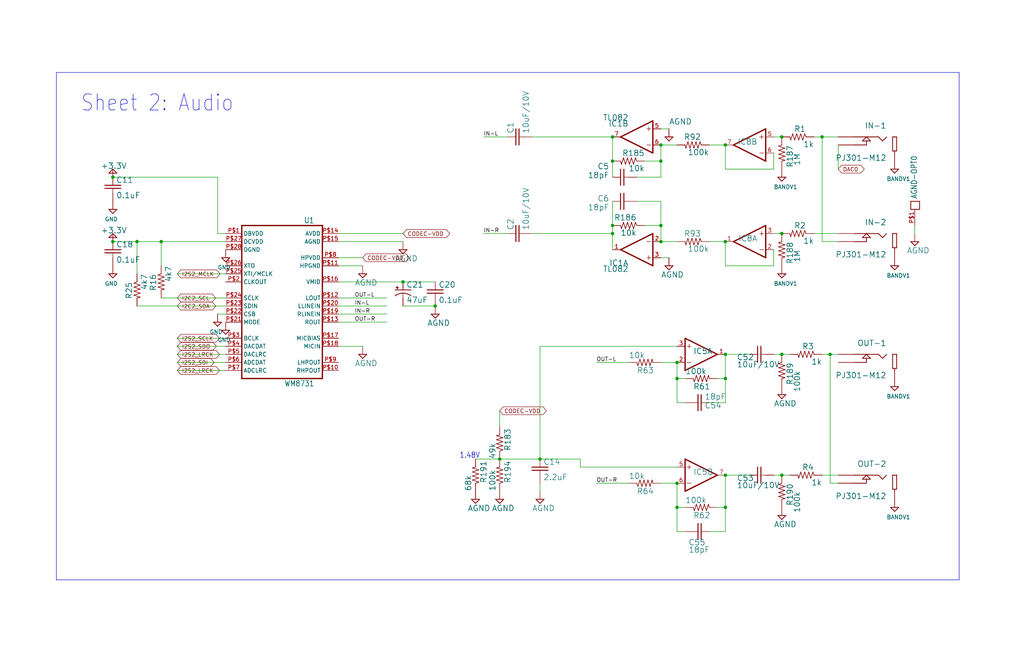
<source format=kicad_sch>
(kicad_sch
	(version 20231120)
	(generator "eeschema")
	(generator_version "8.0")
	(uuid "770b15c2-a7ab-431e-8642-1208547a73df")
	(paper "User" 322.732 210.007)
	(lib_symbols
		(symbol "smrf-v1.0.1b-eagle-import:+3.3V"
			(power)
			(exclude_from_sim no)
			(in_bom yes)
			(on_board yes)
			(property "Reference" "#+3.3V"
				(at 0 0 0)
				(effects
					(font
						(size 1.27 1.27)
					)
					(hide yes)
				)
			)
			(property "Value" ""
				(at -3.81 0 0)
				(effects
					(font
						(size 1.778 1.778)
					)
					(justify left bottom)
				)
			)
			(property "Footprint" ""
				(at 0 0 0)
				(effects
					(font
						(size 1.27 1.27)
					)
					(hide yes)
				)
			)
			(property "Datasheet" ""
				(at 0 0 0)
				(effects
					(font
						(size 1.27 1.27)
					)
					(hide yes)
				)
			)
			(property "Description" "+3.3V"
				(at 0 0 0)
				(effects
					(font
						(size 1.27 1.27)
					)
					(hide yes)
				)
			)
			(property "ki_locked" ""
				(at 0 0 0)
				(effects
					(font
						(size 1.27 1.27)
					)
				)
			)
			(symbol "+3.3V_1_0"
				(polyline
					(pts
						(xy -1.27 -1.27) (xy 0 0)
					)
					(stroke
						(width 0.254)
						(type solid)
					)
					(fill
						(type none)
					)
				)
				(polyline
					(pts
						(xy 0 0) (xy 1.27 -1.27)
					)
					(stroke
						(width 0.254)
						(type solid)
					)
					(fill
						(type none)
					)
				)
				(polyline
					(pts
						(xy 1.27 -1.27) (xy -1.27 -1.27)
					)
					(stroke
						(width 0.254)
						(type solid)
					)
					(fill
						(type none)
					)
				)
				(pin power_in line
					(at 0 -2.54 90)
					(length 2.54)
					(name "+3.3V"
						(effects
							(font
								(size 0 0)
							)
						)
					)
					(number "1"
						(effects
							(font
								(size 0 0)
							)
						)
					)
				)
			)
		)
		(symbol "smrf-v1.0.1b-eagle-import:AGND"
			(power)
			(exclude_from_sim no)
			(in_bom yes)
			(on_board yes)
			(property "Reference" "#AGND"
				(at 0 0 0)
				(effects
					(font
						(size 1.27 1.27)
					)
					(hide yes)
				)
			)
			(property "Value" ""
				(at -2.54 -3.81 0)
				(effects
					(font
						(size 1.778 1.778)
					)
					(justify left bottom)
				)
			)
			(property "Footprint" ""
				(at 0 0 0)
				(effects
					(font
						(size 1.27 1.27)
					)
					(hide yes)
				)
			)
			(property "Datasheet" ""
				(at 0 0 0)
				(effects
					(font
						(size 1.27 1.27)
					)
					(hide yes)
				)
			)
			(property "Description" "Analog Signal Ground"
				(at 0 0 0)
				(effects
					(font
						(size 1.27 1.27)
					)
					(hide yes)
				)
			)
			(property "ki_locked" ""
				(at 0 0 0)
				(effects
					(font
						(size 1.27 1.27)
					)
				)
			)
			(symbol "AGND_1_0"
				(polyline
					(pts
						(xy -1.27 0) (xy 0 -1.27)
					)
					(stroke
						(width 0.254)
						(type solid)
					)
					(fill
						(type none)
					)
				)
				(polyline
					(pts
						(xy 0 -1.27) (xy 1.27 0)
					)
					(stroke
						(width 0.254)
						(type solid)
					)
					(fill
						(type none)
					)
				)
				(polyline
					(pts
						(xy 1.27 0) (xy -1.27 0)
					)
					(stroke
						(width 0.254)
						(type solid)
					)
					(fill
						(type none)
					)
				)
				(pin power_in line
					(at 0 2.54 270)
					(length 2.54)
					(name "AGND"
						(effects
							(font
								(size 0 0)
							)
						)
					)
					(number "1"
						(effects
							(font
								(size 0 0)
							)
						)
					)
				)
			)
		)
		(symbol "smrf-v1.0.1b-eagle-import:C-POL5"
			(exclude_from_sim no)
			(in_bom yes)
			(on_board yes)
			(property "Reference" "C"
				(at 1.016 0.635 0)
				(effects
					(font
						(size 1.778 1.778)
					)
					(justify left bottom)
				)
			)
			(property "Value" ""
				(at 1.016 -4.191 0)
				(effects
					(font
						(size 1.778 1.778)
					)
					(justify left bottom)
				)
			)
			(property "Footprint" "smrf-v1.0.1b:C-POL-5"
				(at 0 0 0)
				(effects
					(font
						(size 1.27 1.27)
					)
					(hide yes)
				)
			)
			(property "Datasheet" ""
				(at 0 0 0)
				(effects
					(font
						(size 1.27 1.27)
					)
					(hide yes)
				)
			)
			(property "Description" "Polarized Capacitor"
				(at 0 0 0)
				(effects
					(font
						(size 1.27 1.27)
					)
					(hide yes)
				)
			)
			(property "ki_locked" ""
				(at 0 0 0)
				(effects
					(font
						(size 1.27 1.27)
					)
				)
			)
			(symbol "C-POL5_1_0"
				(rectangle
					(start -2.253 0.668)
					(end -1.364 0.795)
					(stroke
						(width 0)
						(type default)
					)
					(fill
						(type outline)
					)
				)
				(rectangle
					(start -1.872 0.287)
					(end -1.745 1.176)
					(stroke
						(width 0)
						(type default)
					)
					(fill
						(type outline)
					)
				)
				(arc
					(start 0 -1.0161)
					(mid -1.3021 -1.2303)
					(end -2.4669 -1.8504)
					(stroke
						(width 0.254)
						(type solid)
					)
					(fill
						(type none)
					)
				)
				(polyline
					(pts
						(xy -2.54 0) (xy 2.54 0)
					)
					(stroke
						(width 0.254)
						(type solid)
					)
					(fill
						(type none)
					)
				)
				(polyline
					(pts
						(xy 0 -1.016) (xy 0 -2.54)
					)
					(stroke
						(width 0.1524)
						(type solid)
					)
					(fill
						(type none)
					)
				)
				(arc
					(start 2.4892 -1.8541)
					(mid 1.3158 -1.2194)
					(end 0 -1)
					(stroke
						(width 0.254)
						(type solid)
					)
					(fill
						(type none)
					)
				)
				(pin passive line
					(at 0 2.54 270)
					(length 2.54)
					(name "+"
						(effects
							(font
								(size 0 0)
							)
						)
					)
					(number "+"
						(effects
							(font
								(size 0 0)
							)
						)
					)
				)
				(pin passive line
					(at 0 -5.08 90)
					(length 2.54)
					(name "-"
						(effects
							(font
								(size 0 0)
							)
						)
					)
					(number "-"
						(effects
							(font
								(size 0 0)
							)
						)
					)
				)
			)
		)
		(symbol "smrf-v1.0.1b-eagle-import:CB"
			(exclude_from_sim no)
			(in_bom yes)
			(on_board yes)
			(property "Reference" "C"
				(at 1.016 0.635 0)
				(effects
					(font
						(size 1.778 1.778)
					)
					(justify left bottom)
				)
			)
			(property "Value" ""
				(at 1.016 -4.191 0)
				(effects
					(font
						(size 1.778 1.778)
					)
					(justify left bottom)
				)
			)
			(property "Footprint" "smrf-v1.0.1b:C0603"
				(at 0 0 0)
				(effects
					(font
						(size 1.27 1.27)
					)
					(hide yes)
				)
			)
			(property "Datasheet" ""
				(at 0 0 0)
				(effects
					(font
						(size 1.27 1.27)
					)
					(hide yes)
				)
			)
			(property "Description" "Non-Polarized Capacitor"
				(at 0 0 0)
				(effects
					(font
						(size 1.27 1.27)
					)
					(hide yes)
				)
			)
			(property "ki_locked" ""
				(at 0 0 0)
				(effects
					(font
						(size 1.27 1.27)
					)
				)
			)
			(symbol "CB_1_0"
				(polyline
					(pts
						(xy -2.54 -1.016) (xy 2.54 -1.016)
					)
					(stroke
						(width 0.254)
						(type solid)
					)
					(fill
						(type none)
					)
				)
				(polyline
					(pts
						(xy -2.54 -1.016) (xy 2.54 -1.016)
					)
					(stroke
						(width 0.254)
						(type solid)
					)
					(fill
						(type none)
					)
				)
				(polyline
					(pts
						(xy -2.54 0) (xy 2.54 0)
					)
					(stroke
						(width 0.254)
						(type solid)
					)
					(fill
						(type none)
					)
				)
				(polyline
					(pts
						(xy -2.54 0) (xy 2.54 0)
					)
					(stroke
						(width 0.254)
						(type solid)
					)
					(fill
						(type none)
					)
				)
				(polyline
					(pts
						(xy 0 -1.016) (xy 0 -2.54)
					)
					(stroke
						(width 0.1524)
						(type solid)
					)
					(fill
						(type none)
					)
				)
				(pin passive line
					(at 0 2.54 270)
					(length 2.54)
					(name "1"
						(effects
							(font
								(size 0 0)
							)
						)
					)
					(number "1"
						(effects
							(font
								(size 0 0)
							)
						)
					)
				)
				(pin passive line
					(at 0 -5.08 90)
					(length 2.54)
					(name "2"
						(effects
							(font
								(size 0 0)
							)
						)
					)
					(number "2"
						(effects
							(font
								(size 0 0)
							)
						)
					)
				)
			)
		)
		(symbol "smrf-v1.0.1b-eagle-import:GND"
			(power)
			(exclude_from_sim no)
			(in_bom yes)
			(on_board yes)
			(property "Reference" "#GND"
				(at 0 0 0)
				(effects
					(font
						(size 1.27 1.27)
					)
					(hide yes)
				)
			)
			(property "Value" ""
				(at 0 0 0)
				(effects
					(font
						(size 1.27 1.27)
					)
					(hide yes)
				)
			)
			(property "Footprint" ""
				(at 0 0 0)
				(effects
					(font
						(size 1.27 1.27)
					)
					(hide yes)
				)
			)
			(property "Datasheet" ""
				(at 0 0 0)
				(effects
					(font
						(size 1.27 1.27)
					)
					(hide yes)
				)
			)
			(property "Description" "Ground"
				(at 0 0 0)
				(effects
					(font
						(size 1.27 1.27)
					)
					(hide yes)
				)
			)
			(property "ki_locked" ""
				(at 0 0 0)
				(effects
					(font
						(size 1.27 1.27)
					)
				)
			)
			(symbol "GND_1_0"
				(polyline
					(pts
						(xy -1.27 0) (xy 0 -1.27)
					)
					(stroke
						(width 0.254)
						(type solid)
					)
					(fill
						(type none)
					)
				)
				(polyline
					(pts
						(xy 0 -1.27) (xy 1.27 0)
					)
					(stroke
						(width 0.254)
						(type solid)
					)
					(fill
						(type none)
					)
				)
				(polyline
					(pts
						(xy 1.27 0) (xy -1.27 0)
					)
					(stroke
						(width 0.254)
						(type solid)
					)
					(fill
						(type none)
					)
				)
				(pin power_in line
					(at 0 2.54 270)
					(length 2.54)
					(name "GND"
						(effects
							(font
								(size 0 0)
							)
						)
					)
					(number "1"
						(effects
							(font
								(size 0 0)
							)
						)
					)
				)
			)
		)
		(symbol "smrf-v1.0.1b-eagle-import:JACK-MONO-SWM2"
			(exclude_from_sim no)
			(in_bom yes)
			(on_board yes)
			(property "Reference" "J"
				(at -7.62 5.08 0)
				(effects
					(font
						(size 1.778 1.778)
					)
					(justify left bottom)
				)
			)
			(property "Value" ""
				(at -7.62 -5.08 0)
				(effects
					(font
						(size 1.778 1.778)
					)
					(justify left bottom)
				)
			)
			(property "Footprint" "smrf-v1.0.1b:PJ301M-12-FIX"
				(at 0 0 0)
				(effects
					(font
						(size 1.27 1.27)
					)
					(hide yes)
				)
			)
			(property "Datasheet" ""
				(at 0 0 0)
				(effects
					(font
						(size 1.27 1.27)
					)
					(hide yes)
				)
			)
			(property "Description" ""
				(at 0 0 0)
				(effects
					(font
						(size 1.27 1.27)
					)
					(hide yes)
				)
			)
			(property "ki_locked" ""
				(at 0 0 0)
				(effects
					(font
						(size 1.27 1.27)
					)
				)
			)
			(symbol "JACK-MONO-SWM2_1_0"
				(polyline
					(pts
						(xy -10.795 -1.905) (xy -10.16 -1.905)
					)
					(stroke
						(width 0.254)
						(type solid)
					)
					(fill
						(type none)
					)
				)
				(polyline
					(pts
						(xy -10.795 2.54) (xy -10.795 -1.905)
					)
					(stroke
						(width 0.254)
						(type solid)
					)
					(fill
						(type none)
					)
				)
				(polyline
					(pts
						(xy -10.16 -2.54) (xy -10.16 -1.905)
					)
					(stroke
						(width 0.254)
						(type solid)
					)
					(fill
						(type none)
					)
				)
				(polyline
					(pts
						(xy -10.16 -1.905) (xy -9.525 -1.905)
					)
					(stroke
						(width 0.254)
						(type solid)
					)
					(fill
						(type none)
					)
				)
				(polyline
					(pts
						(xy -9.525 -1.905) (xy -9.525 2.54)
					)
					(stroke
						(width 0.254)
						(type solid)
					)
					(fill
						(type none)
					)
				)
				(polyline
					(pts
						(xy -9.525 2.54) (xy -10.795 2.54)
					)
					(stroke
						(width 0.254)
						(type solid)
					)
					(fill
						(type none)
					)
				)
				(polyline
					(pts
						(xy -6.35 1.27) (xy -7.62 2.54)
					)
					(stroke
						(width 0.254)
						(type solid)
					)
					(fill
						(type none)
					)
				)
				(polyline
					(pts
						(xy -5.08 2.54) (xy -6.35 1.27)
					)
					(stroke
						(width 0.254)
						(type solid)
					)
					(fill
						(type none)
					)
				)
				(polyline
					(pts
						(xy -2.54 1.27) (xy -1.27 1.27)
					)
					(stroke
						(width 0.254)
						(type solid)
					)
					(fill
						(type none)
					)
				)
				(polyline
					(pts
						(xy -1.27 0) (xy -1.27 1.27)
					)
					(stroke
						(width 0.254)
						(type solid)
					)
					(fill
						(type none)
					)
				)
				(polyline
					(pts
						(xy -1.27 1.27) (xy 0 1.27)
					)
					(stroke
						(width 0.254)
						(type solid)
					)
					(fill
						(type none)
					)
				)
				(polyline
					(pts
						(xy -1.27 2.54) (xy -5.08 2.54)
					)
					(stroke
						(width 0.254)
						(type solid)
					)
					(fill
						(type none)
					)
				)
				(polyline
					(pts
						(xy -1.27 2.54) (xy -2.54 1.27)
					)
					(stroke
						(width 0.254)
						(type solid)
					)
					(fill
						(type none)
					)
				)
				(polyline
					(pts
						(xy 0 1.27) (xy -1.27 2.54)
					)
					(stroke
						(width 0.254)
						(type solid)
					)
					(fill
						(type none)
					)
				)
				(polyline
					(pts
						(xy 2.54 0) (xy -1.27 0)
					)
					(stroke
						(width 0.254)
						(type solid)
					)
					(fill
						(type none)
					)
				)
				(polyline
					(pts
						(xy 2.54 2.54) (xy -1.27 2.54)
					)
					(stroke
						(width 0.254)
						(type solid)
					)
					(fill
						(type none)
					)
				)
				(pin passive line
					(at 7.62 2.54 180)
					(length 5.08)
					(name "TIP"
						(effects
							(font
								(size 0 0)
							)
						)
					)
					(number "1"
						(effects
							(font
								(size 0 0)
							)
						)
					)
				)
				(pin passive line
					(at -10.16 -5.08 90)
					(length 2.54)
					(name "SLEEVE"
						(effects
							(font
								(size 0 0)
							)
						)
					)
					(number "2"
						(effects
							(font
								(size 0 0)
							)
						)
					)
				)
				(pin passive line
					(at 7.62 0 180)
					(length 5.08)
					(name "TIP-SW"
						(effects
							(font
								(size 0 0)
							)
						)
					)
					(number "3"
						(effects
							(font
								(size 0 0)
							)
						)
					)
				)
			)
		)
		(symbol "smrf-v1.0.1b-eagle-import:OPAMP-2TL072T"
			(exclude_from_sim no)
			(in_bom yes)
			(on_board yes)
			(property "Reference" "IC"
				(at -2.54 0 0)
				(effects
					(font
						(size 1.778 1.778)
					)
					(justify left bottom)
				)
			)
			(property "Value" ""
				(at 2.54 -5.08 0)
				(effects
					(font
						(size 1.778 1.778)
					)
					(justify left bottom)
					(hide yes)
				)
			)
			(property "Footprint" "smrf-v1.0.1b:TSSOP8"
				(at 0 0 0)
				(effects
					(font
						(size 1.27 1.27)
					)
					(hide yes)
				)
			)
			(property "Datasheet" ""
				(at 0 0 0)
				(effects
					(font
						(size 1.27 1.27)
					)
					(hide yes)
				)
			)
			(property "Description" "Dual OPAMP"
				(at 0 0 0)
				(effects
					(font
						(size 1.27 1.27)
					)
					(hide yes)
				)
			)
			(property "ki_locked" ""
				(at 0 0 0)
				(effects
					(font
						(size 1.27 1.27)
					)
				)
			)
			(symbol "OPAMP-2TL072T_1_0"
				(polyline
					(pts
						(xy -5.08 -5.08) (xy 5.08 0)
					)
					(stroke
						(width 0.4064)
						(type solid)
					)
					(fill
						(type none)
					)
				)
				(polyline
					(pts
						(xy -5.08 5.08) (xy -5.08 -5.08)
					)
					(stroke
						(width 0.4064)
						(type solid)
					)
					(fill
						(type none)
					)
				)
				(polyline
					(pts
						(xy -4.445 -2.54) (xy -3.175 -2.54)
					)
					(stroke
						(width 0.1524)
						(type solid)
					)
					(fill
						(type none)
					)
				)
				(polyline
					(pts
						(xy -4.445 2.54) (xy -3.175 2.54)
					)
					(stroke
						(width 0.1524)
						(type solid)
					)
					(fill
						(type none)
					)
				)
				(polyline
					(pts
						(xy -3.81 3.175) (xy -3.81 1.905)
					)
					(stroke
						(width 0.1524)
						(type solid)
					)
					(fill
						(type none)
					)
				)
				(polyline
					(pts
						(xy 5.08 0) (xy -5.08 5.08)
					)
					(stroke
						(width 0.4064)
						(type solid)
					)
					(fill
						(type none)
					)
				)
				(pin output line
					(at 7.62 0 180)
					(length 2.54)
					(name "OUT"
						(effects
							(font
								(size 0 0)
							)
						)
					)
					(number "1"
						(effects
							(font
								(size 1.27 1.27)
							)
						)
					)
				)
				(pin input line
					(at -7.62 -2.54 0)
					(length 2.54)
					(name "-IN"
						(effects
							(font
								(size 0 0)
							)
						)
					)
					(number "2"
						(effects
							(font
								(size 1.27 1.27)
							)
						)
					)
				)
				(pin input line
					(at -7.62 2.54 0)
					(length 2.54)
					(name "+IN"
						(effects
							(font
								(size 0 0)
							)
						)
					)
					(number "3"
						(effects
							(font
								(size 1.27 1.27)
							)
						)
					)
				)
			)
			(symbol "OPAMP-2TL072T_2_0"
				(polyline
					(pts
						(xy -5.08 -5.08) (xy 5.08 0)
					)
					(stroke
						(width 0.4064)
						(type solid)
					)
					(fill
						(type none)
					)
				)
				(polyline
					(pts
						(xy -5.08 5.08) (xy -5.08 -5.08)
					)
					(stroke
						(width 0.4064)
						(type solid)
					)
					(fill
						(type none)
					)
				)
				(polyline
					(pts
						(xy -4.445 -2.54) (xy -3.175 -2.54)
					)
					(stroke
						(width 0.1524)
						(type solid)
					)
					(fill
						(type none)
					)
				)
				(polyline
					(pts
						(xy -4.445 2.54) (xy -3.175 2.54)
					)
					(stroke
						(width 0.1524)
						(type solid)
					)
					(fill
						(type none)
					)
				)
				(polyline
					(pts
						(xy -3.81 3.175) (xy -3.81 1.905)
					)
					(stroke
						(width 0.1524)
						(type solid)
					)
					(fill
						(type none)
					)
				)
				(polyline
					(pts
						(xy 5.08 0) (xy -5.08 5.08)
					)
					(stroke
						(width 0.4064)
						(type solid)
					)
					(fill
						(type none)
					)
				)
				(pin input line
					(at -7.62 2.54 0)
					(length 2.54)
					(name "+IN"
						(effects
							(font
								(size 0 0)
							)
						)
					)
					(number "5"
						(effects
							(font
								(size 1.27 1.27)
							)
						)
					)
				)
				(pin input line
					(at -7.62 -2.54 0)
					(length 2.54)
					(name "-IN"
						(effects
							(font
								(size 0 0)
							)
						)
					)
					(number "6"
						(effects
							(font
								(size 1.27 1.27)
							)
						)
					)
				)
				(pin output line
					(at 7.62 0 180)
					(length 2.54)
					(name "OUT"
						(effects
							(font
								(size 0 0)
							)
						)
					)
					(number "7"
						(effects
							(font
								(size 1.27 1.27)
							)
						)
					)
				)
			)
			(symbol "OPAMP-2TL072T_3_0"
				(text "V+"
					(at 1.27 3.175 900)
					(effects
						(font
							(size 0.8128 0.6908)
						)
						(justify left bottom)
					)
				)
				(text "V-"
					(at 1.27 -4.445 900)
					(effects
						(font
							(size 0.8128 0.6908)
						)
						(justify left bottom)
					)
				)
				(pin power_in line
					(at 0 -7.62 90)
					(length 5.08)
					(name "V-"
						(effects
							(font
								(size 0 0)
							)
						)
					)
					(number "4"
						(effects
							(font
								(size 1.27 1.27)
							)
						)
					)
				)
				(pin power_in line
					(at 0 7.62 270)
					(length 5.08)
					(name "V+"
						(effects
							(font
								(size 0 0)
							)
						)
					)
					(number "8"
						(effects
							(font
								(size 1.27 1.27)
							)
						)
					)
				)
			)
		)
		(symbol "smrf-v1.0.1b-eagle-import:PAD-06"
			(exclude_from_sim no)
			(in_bom yes)
			(on_board yes)
			(property "Reference" "TP"
				(at 3.302 -0.762 0)
				(effects
					(font
						(size 1.778 1.5113)
					)
					(justify left bottom)
				)
			)
			(property "Value" ""
				(at 0 0 0)
				(effects
					(font
						(size 1.27 1.27)
					)
					(hide yes)
				)
			)
			(property "Footprint" "smrf-v1.0.1b:PAD-06"
				(at 0 0 0)
				(effects
					(font
						(size 1.27 1.27)
					)
					(hide yes)
				)
			)
			(property "Datasheet" ""
				(at 0 0 0)
				(effects
					(font
						(size 1.27 1.27)
					)
					(hide yes)
				)
			)
			(property "Description" ""
				(at 0 0 0)
				(effects
					(font
						(size 1.27 1.27)
					)
					(hide yes)
				)
			)
			(property "ki_locked" ""
				(at 0 0 0)
				(effects
					(font
						(size 1.27 1.27)
					)
				)
			)
			(symbol "PAD-06_1_0"
				(polyline
					(pts
						(xy 0 -1.524) (xy 2.54 -1.524)
					)
					(stroke
						(width 0.254)
						(type solid)
					)
					(fill
						(type none)
					)
				)
				(polyline
					(pts
						(xy 0 1.27) (xy 0 -1.524)
					)
					(stroke
						(width 0.254)
						(type solid)
					)
					(fill
						(type none)
					)
				)
				(polyline
					(pts
						(xy 2.54 -1.524) (xy 2.54 1.27)
					)
					(stroke
						(width 0.254)
						(type solid)
					)
					(fill
						(type none)
					)
				)
				(polyline
					(pts
						(xy 2.54 1.27) (xy 0 1.27)
					)
					(stroke
						(width 0.254)
						(type solid)
					)
					(fill
						(type none)
					)
				)
				(pin bidirectional line
					(at -5.08 0 0)
					(length 5.08)
					(name "1"
						(effects
							(font
								(size 0 0)
							)
						)
					)
					(number "P$1"
						(effects
							(font
								(size 1.27 1.27)
							)
						)
					)
				)
			)
		)
		(symbol "smrf-v1.0.1b-eagle-import:WM8731"
			(exclude_from_sim no)
			(in_bom yes)
			(on_board yes)
			(property "Reference" "U"
				(at -10.16 23.495 0)
				(effects
					(font
						(size 1.778 1.5113)
					)
					(justify left bottom)
				)
			)
			(property "Value" ""
				(at -10.16 -27.94 0)
				(effects
					(font
						(size 1.778 1.5113)
					)
					(justify left bottom)
				)
			)
			(property "Footprint" "smrf-v1.0.1b:28-SSOP"
				(at 0 0 0)
				(effects
					(font
						(size 1.27 1.27)
					)
					(hide yes)
				)
			)
			(property "Datasheet" ""
				(at 0 0 0)
				(effects
					(font
						(size 1.27 1.27)
					)
					(hide yes)
				)
			)
			(property "Description" ""
				(at 0 0 0)
				(effects
					(font
						(size 1.27 1.27)
					)
					(hide yes)
				)
			)
			(property "ki_locked" ""
				(at 0 0 0)
				(effects
					(font
						(size 1.27 1.27)
					)
				)
			)
			(symbol "WM8731_1_0"
				(polyline
					(pts
						(xy -12.7 -25.4) (xy -12.7 22.86)
					)
					(stroke
						(width 0.4064)
						(type solid)
					)
					(fill
						(type none)
					)
				)
				(polyline
					(pts
						(xy -12.7 22.86) (xy 12.7 22.86)
					)
					(stroke
						(width 0.4064)
						(type solid)
					)
					(fill
						(type none)
					)
				)
				(polyline
					(pts
						(xy 12.7 -25.4) (xy -12.7 -25.4)
					)
					(stroke
						(width 0.4064)
						(type solid)
					)
					(fill
						(type none)
					)
				)
				(polyline
					(pts
						(xy 12.7 22.86) (xy 12.7 -25.4)
					)
					(stroke
						(width 0.4064)
						(type solid)
					)
					(fill
						(type none)
					)
				)
				(pin power_in line
					(at 17.78 20.32 180)
					(length 5.08)
					(name "DBVDD"
						(effects
							(font
								(size 1.27 1.27)
							)
						)
					)
					(number "P$1"
						(effects
							(font
								(size 1.27 1.27)
							)
						)
					)
				)
				(pin output line
					(at -17.78 -22.86 0)
					(length 5.08)
					(name "RHPOUT"
						(effects
							(font
								(size 1.27 1.27)
							)
						)
					)
					(number "P$10"
						(effects
							(font
								(size 1.27 1.27)
							)
						)
					)
				)
				(pin power_in line
					(at -17.78 10.16 0)
					(length 5.08)
					(name "HPGND"
						(effects
							(font
								(size 1.27 1.27)
							)
						)
					)
					(number "P$11"
						(effects
							(font
								(size 1.27 1.27)
							)
						)
					)
				)
				(pin output line
					(at -17.78 0 0)
					(length 5.08)
					(name "LOUT"
						(effects
							(font
								(size 1.27 1.27)
							)
						)
					)
					(number "P$12"
						(effects
							(font
								(size 1.27 1.27)
							)
						)
					)
				)
				(pin output line
					(at -17.78 -7.62 0)
					(length 5.08)
					(name "ROUT"
						(effects
							(font
								(size 1.27 1.27)
							)
						)
					)
					(number "P$13"
						(effects
							(font
								(size 1.27 1.27)
							)
						)
					)
				)
				(pin power_in line
					(at -17.78 20.32 0)
					(length 5.08)
					(name "AVDD"
						(effects
							(font
								(size 1.27 1.27)
							)
						)
					)
					(number "P$14"
						(effects
							(font
								(size 1.27 1.27)
							)
						)
					)
				)
				(pin power_in line
					(at -17.78 17.78 0)
					(length 5.08)
					(name "AGND"
						(effects
							(font
								(size 1.27 1.27)
							)
						)
					)
					(number "P$15"
						(effects
							(font
								(size 1.27 1.27)
							)
						)
					)
				)
				(pin output line
					(at -17.78 5.08 0)
					(length 5.08)
					(name "VMID"
						(effects
							(font
								(size 1.27 1.27)
							)
						)
					)
					(number "P$16"
						(effects
							(font
								(size 1.27 1.27)
							)
						)
					)
				)
				(pin output line
					(at -17.78 -12.7 0)
					(length 5.08)
					(name "MICBIAS"
						(effects
							(font
								(size 1.27 1.27)
							)
						)
					)
					(number "P$17"
						(effects
							(font
								(size 1.27 1.27)
							)
						)
					)
				)
				(pin input line
					(at -17.78 -15.24 0)
					(length 5.08)
					(name "MICIN"
						(effects
							(font
								(size 1.27 1.27)
							)
						)
					)
					(number "P$18"
						(effects
							(font
								(size 1.27 1.27)
							)
						)
					)
				)
				(pin input line
					(at -17.78 -5.08 0)
					(length 5.08)
					(name "RLINEIN"
						(effects
							(font
								(size 1.27 1.27)
							)
						)
					)
					(number "P$19"
						(effects
							(font
								(size 1.27 1.27)
							)
						)
					)
				)
				(pin output line
					(at 17.78 5.08 180)
					(length 5.08)
					(name "CLKOUT"
						(effects
							(font
								(size 1.27 1.27)
							)
						)
					)
					(number "P$2"
						(effects
							(font
								(size 1.27 1.27)
							)
						)
					)
				)
				(pin input line
					(at -17.78 -2.54 0)
					(length 5.08)
					(name "LLINEIN"
						(effects
							(font
								(size 1.27 1.27)
							)
						)
					)
					(number "P$20"
						(effects
							(font
								(size 1.27 1.27)
							)
						)
					)
				)
				(pin input line
					(at 17.78 -7.62 180)
					(length 5.08)
					(name "MODE"
						(effects
							(font
								(size 1.27 1.27)
							)
						)
					)
					(number "P$21"
						(effects
							(font
								(size 1.27 1.27)
							)
						)
					)
				)
				(pin input line
					(at 17.78 -5.08 180)
					(length 5.08)
					(name "CSB"
						(effects
							(font
								(size 1.27 1.27)
							)
						)
					)
					(number "P$22"
						(effects
							(font
								(size 1.27 1.27)
							)
						)
					)
				)
				(pin bidirectional line
					(at 17.78 -2.54 180)
					(length 5.08)
					(name "SDIN"
						(effects
							(font
								(size 1.27 1.27)
							)
						)
					)
					(number "P$23"
						(effects
							(font
								(size 1.27 1.27)
							)
						)
					)
				)
				(pin input line
					(at 17.78 0 180)
					(length 5.08)
					(name "SCLK"
						(effects
							(font
								(size 1.27 1.27)
							)
						)
					)
					(number "P$24"
						(effects
							(font
								(size 1.27 1.27)
							)
						)
					)
				)
				(pin input line
					(at 17.78 7.62 180)
					(length 5.08)
					(name "XTI/MCLK"
						(effects
							(font
								(size 1.27 1.27)
							)
						)
					)
					(number "P$25"
						(effects
							(font
								(size 1.27 1.27)
							)
						)
					)
				)
				(pin output line
					(at 17.78 10.16 180)
					(length 5.08)
					(name "XTO"
						(effects
							(font
								(size 1.27 1.27)
							)
						)
					)
					(number "P$26"
						(effects
							(font
								(size 1.27 1.27)
							)
						)
					)
				)
				(pin power_in line
					(at 17.78 17.78 180)
					(length 5.08)
					(name "DCVDD"
						(effects
							(font
								(size 1.27 1.27)
							)
						)
					)
					(number "P$27"
						(effects
							(font
								(size 1.27 1.27)
							)
						)
					)
				)
				(pin power_in line
					(at 17.78 15.24 180)
					(length 5.08)
					(name "DGND"
						(effects
							(font
								(size 1.27 1.27)
							)
						)
					)
					(number "P$28"
						(effects
							(font
								(size 1.27 1.27)
							)
						)
					)
				)
				(pin bidirectional line
					(at 17.78 -12.7 180)
					(length 5.08)
					(name "BCLK"
						(effects
							(font
								(size 1.27 1.27)
							)
						)
					)
					(number "P$3"
						(effects
							(font
								(size 1.27 1.27)
							)
						)
					)
				)
				(pin input line
					(at 17.78 -15.24 180)
					(length 5.08)
					(name "DACDAT"
						(effects
							(font
								(size 1.27 1.27)
							)
						)
					)
					(number "P$4"
						(effects
							(font
								(size 1.27 1.27)
							)
						)
					)
				)
				(pin bidirectional line
					(at 17.78 -17.78 180)
					(length 5.08)
					(name "DACLRC"
						(effects
							(font
								(size 1.27 1.27)
							)
						)
					)
					(number "P$5"
						(effects
							(font
								(size 1.27 1.27)
							)
						)
					)
				)
				(pin output line
					(at 17.78 -20.32 180)
					(length 5.08)
					(name "ADCDAT"
						(effects
							(font
								(size 1.27 1.27)
							)
						)
					)
					(number "P$6"
						(effects
							(font
								(size 1.27 1.27)
							)
						)
					)
				)
				(pin bidirectional line
					(at 17.78 -22.86 180)
					(length 5.08)
					(name "ADCLRC"
						(effects
							(font
								(size 1.27 1.27)
							)
						)
					)
					(number "P$7"
						(effects
							(font
								(size 1.27 1.27)
							)
						)
					)
				)
				(pin power_in line
					(at -17.78 12.7 0)
					(length 5.08)
					(name "HPVDD"
						(effects
							(font
								(size 1.27 1.27)
							)
						)
					)
					(number "P$8"
						(effects
							(font
								(size 1.27 1.27)
							)
						)
					)
				)
				(pin output line
					(at -17.78 -20.32 0)
					(length 5.08)
					(name "LHPOUT"
						(effects
							(font
								(size 1.27 1.27)
							)
						)
					)
					(number "P$9"
						(effects
							(font
								(size 1.27 1.27)
							)
						)
					)
				)
			)
		)
		(symbol "smrf-v1.0.1b-eagle-import:malekko main_RB"
			(exclude_from_sim no)
			(in_bom yes)
			(on_board yes)
			(property "Reference" "R"
				(at -2.54 1.4986 0)
				(effects
					(font
						(size 1.778 1.778)
					)
					(justify left bottom)
				)
			)
			(property "Value" ""
				(at -5.08 -3.302 0)
				(effects
					(font
						(size 1.778 1.778)
					)
					(justify left bottom)
				)
			)
			(property "Footprint" "smrf-v1.0.1b:R0603"
				(at 0 0 0)
				(effects
					(font
						(size 1.27 1.27)
					)
					(hide yes)
				)
			)
			(property "Datasheet" ""
				(at 0 0 0)
				(effects
					(font
						(size 1.27 1.27)
					)
					(hide yes)
				)
			)
			(property "Description" "Resistor"
				(at 0 0 0)
				(effects
					(font
						(size 1.27 1.27)
					)
					(hide yes)
				)
			)
			(property "ki_locked" ""
				(at 0 0 0)
				(effects
					(font
						(size 1.27 1.27)
					)
				)
			)
			(symbol "malekko main_RB_1_0"
				(polyline
					(pts
						(xy -2.54 0) (xy -2.159 1.016)
					)
					(stroke
						(width 0.2032)
						(type solid)
					)
					(fill
						(type none)
					)
				)
				(polyline
					(pts
						(xy -2.159 1.016) (xy -1.524 -1.016)
					)
					(stroke
						(width 0.2032)
						(type solid)
					)
					(fill
						(type none)
					)
				)
				(polyline
					(pts
						(xy -1.524 -1.016) (xy -0.889 1.016)
					)
					(stroke
						(width 0.2032)
						(type solid)
					)
					(fill
						(type none)
					)
				)
				(polyline
					(pts
						(xy -0.889 1.016) (xy -0.254 -1.016)
					)
					(stroke
						(width 0.2032)
						(type solid)
					)
					(fill
						(type none)
					)
				)
				(polyline
					(pts
						(xy -0.254 -1.016) (xy 0.381 1.016)
					)
					(stroke
						(width 0.2032)
						(type solid)
					)
					(fill
						(type none)
					)
				)
				(polyline
					(pts
						(xy 0.381 1.016) (xy 1.016 -1.016)
					)
					(stroke
						(width 0.2032)
						(type solid)
					)
					(fill
						(type none)
					)
				)
				(polyline
					(pts
						(xy 1.016 -1.016) (xy 1.651 1.016)
					)
					(stroke
						(width 0.2032)
						(type solid)
					)
					(fill
						(type none)
					)
				)
				(polyline
					(pts
						(xy 1.651 1.016) (xy 2.286 -1.016)
					)
					(stroke
						(width 0.2032)
						(type solid)
					)
					(fill
						(type none)
					)
				)
				(polyline
					(pts
						(xy 2.286 -1.016) (xy 2.54 0)
					)
					(stroke
						(width 0.2032)
						(type solid)
					)
					(fill
						(type none)
					)
				)
				(pin passive line
					(at -5.08 0 0)
					(length 2.54)
					(name "1"
						(effects
							(font
								(size 0 0)
							)
						)
					)
					(number "1"
						(effects
							(font
								(size 0 0)
							)
						)
					)
				)
				(pin passive line
					(at 5.08 0 180)
					(length 2.54)
					(name "2"
						(effects
							(font
								(size 0 0)
							)
						)
					)
					(number "2"
						(effects
							(font
								(size 0 0)
							)
						)
					)
				)
			)
		)
	)
	(junction
		(at 193.04 73.66)
		(diameter 0)
		(color 0 0 0 0)
		(uuid "036f64ed-884a-4431-a9bc-b42fcba82d2c")
	)
	(junction
		(at 208.28 76.2)
		(diameter 0)
		(color 0 0 0 0)
		(uuid "076a461e-4a83-4673-b500-1334747d56a5")
	)
	(junction
		(at 213.36 152.4)
		(diameter 0)
		(color 0 0 0 0)
		(uuid "1a648da1-214d-4455-81d0-c3a6c497cd69")
	)
	(junction
		(at 228.6 119.38)
		(diameter 0)
		(color 0 0 0 0)
		(uuid "213b64d1-5873-4ba0-a268-480e7cdc7ead")
	)
	(junction
		(at 228.6 160.02)
		(diameter 0)
		(color 0 0 0 0)
		(uuid "293d53c5-2fc5-4807-9bf5-ee3645ecf9a6")
	)
	(junction
		(at 246.38 149.86)
		(diameter 0)
		(color 0 0 0 0)
		(uuid "2dd15614-10ee-4db6-94a3-66dfee2aec8d")
	)
	(junction
		(at 43.18 76.2)
		(diameter 0)
		(color 0 0 0 0)
		(uuid "3179c87c-41bd-4434-9ce3-afffbdb40dbd")
	)
	(junction
		(at 228.6 149.86)
		(diameter 0)
		(color 0 0 0 0)
		(uuid "34b0121d-90ff-4b8a-8f13-e0d717eadae0")
	)
	(junction
		(at 193.04 43.18)
		(diameter 0)
		(color 0 0 0 0)
		(uuid "399f1afd-2fd5-4d64-9caf-521dbb643c0a")
	)
	(junction
		(at 137.16 96.52)
		(diameter 0)
		(color 0 0 0 0)
		(uuid "4073ab3e-dcd3-4540-8542-6a2ad506511c")
	)
	(junction
		(at 208.28 71.12)
		(diameter 0)
		(color 0 0 0 0)
		(uuid "468ca86b-9f3a-47ed-83db-27eaafdb9747")
	)
	(junction
		(at 170.18 144.78)
		(diameter 0)
		(color 0 0 0 0)
		(uuid "4c5534f5-7258-4e1e-beab-42bc279f255d")
	)
	(junction
		(at 246.38 43.18)
		(diameter 0)
		(color 0 0 0 0)
		(uuid "5b42acea-b673-49b8-80f5-1712cb8aae4c")
	)
	(junction
		(at 246.38 111.76)
		(diameter 0)
		(color 0 0 0 0)
		(uuid "60a2b1e8-4051-49d2-bd05-be1e0b212d1e")
	)
	(junction
		(at 213.36 160.02)
		(diameter 0)
		(color 0 0 0 0)
		(uuid "641d914d-44a5-4340-a7f3-e5f156dd3239")
	)
	(junction
		(at 35.56 55.88)
		(diameter 0)
		(color 0 0 0 0)
		(uuid "7ee90baf-9dcf-4437-98a6-13dc4beed13c")
	)
	(junction
		(at 213.36 119.38)
		(diameter 0)
		(color 0 0 0 0)
		(uuid "88db4ead-d3b0-4e4c-8aba-68baf0fe482b")
	)
	(junction
		(at 35.56 76.2)
		(diameter 0)
		(color 0 0 0 0)
		(uuid "8a84d7f9-593c-4d1c-b3dd-c326dfb209dd")
	)
	(junction
		(at 259.08 43.18)
		(diameter 0)
		(color 0 0 0 0)
		(uuid "9930efad-2549-4f58-bd3c-2780cdb4c95c")
	)
	(junction
		(at 261.62 111.76)
		(diameter 0)
		(color 0 0 0 0)
		(uuid "9e10acbe-b919-499e-bb0a-3bb692567871")
	)
	(junction
		(at 213.36 114.3)
		(diameter 0)
		(color 0 0 0 0)
		(uuid "b30708b6-55f4-4a80-9e25-84449996152a")
	)
	(junction
		(at 50.8 76.2)
		(diameter 0)
		(color 0 0 0 0)
		(uuid "b491da56-1336-4088-b812-6300ec273e04")
	)
	(junction
		(at 228.6 45.72)
		(diameter 0)
		(color 0 0 0 0)
		(uuid "c8f39a28-8304-4e1a-b2eb-61eff776f2a0")
	)
	(junction
		(at 193.04 71.12)
		(diameter 0)
		(color 0 0 0 0)
		(uuid "d2606ed4-5ec2-4f2d-919c-c3dc4fb56405")
	)
	(junction
		(at 157.48 144.78)
		(diameter 0)
		(color 0 0 0 0)
		(uuid "da67ee0a-1a22-42ef-8bd9-466f69dd749d")
	)
	(junction
		(at 246.38 73.66)
		(diameter 0)
		(color 0 0 0 0)
		(uuid "dcfded63-a937-43a2-901a-098c5c6164b2")
	)
	(junction
		(at 127 88.9)
		(diameter 0)
		(color 0 0 0 0)
		(uuid "e095d7f3-aadd-4636-91f2-1096cc2b6e34")
	)
	(junction
		(at 228.6 111.76)
		(diameter 0)
		(color 0 0 0 0)
		(uuid "ef6cb417-d5fe-4d40-9a56-56c6ee9447c2")
	)
	(junction
		(at 193.04 50.8)
		(diameter 0)
		(color 0 0 0 0)
		(uuid "f64def04-0d53-4ee7-bbd6-cb9381c12dee")
	)
	(junction
		(at 228.6 76.2)
		(diameter 0)
		(color 0 0 0 0)
		(uuid "f73762a5-f9e8-4580-aae5-492a02527cad")
	)
	(junction
		(at 208.28 45.72)
		(diameter 0)
		(color 0 0 0 0)
		(uuid "f8ce8666-ab89-4ad5-99b9-31004c54e218")
	)
	(junction
		(at 208.28 50.8)
		(diameter 0)
		(color 0 0 0 0)
		(uuid "f975337d-2e12-4dce-8244-e1919f483450")
	)
	(wire
		(pts
			(xy 228.6 119.38) (xy 228.6 111.76)
		)
		(stroke
			(width 0.1524)
			(type solid)
		)
		(uuid "04c83029-84aa-4fb3-9dc8-5be779ce8b29")
	)
	(wire
		(pts
			(xy 106.68 99.06) (xy 121.92 99.06)
		)
		(stroke
			(width 0.1524)
			(type solid)
		)
		(uuid "052ee274-0fe8-45db-aed1-bc2438db0be6")
	)
	(wire
		(pts
			(xy 193.04 71.12) (xy 193.04 73.66)
		)
		(stroke
			(width 0.1524)
			(type solid)
		)
		(uuid "068a7a82-79bc-4947-a74e-1d504a45100b")
	)
	(wire
		(pts
			(xy 193.04 50.8) (xy 193.04 55.88)
		)
		(stroke
			(width 0.1524)
			(type solid)
		)
		(uuid "0943af93-5c8a-44cf-97c4-d1eef896ecdb")
	)
	(polyline
		(pts
			(xy 17.78 182.88) (xy 17.78 22.86)
		)
		(stroke
			(width 0.1524)
			(type solid)
		)
		(uuid "09bbc0a9-23f8-42d8-8a5c-017a616d800b")
	)
	(wire
		(pts
			(xy 213.36 160.02) (xy 215.9 160.02)
		)
		(stroke
			(width 0.1524)
			(type solid)
		)
		(uuid "0ab04a02-861a-4eff-a766-9a02836d7fdf")
	)
	(wire
		(pts
			(xy 246.38 73.66) (xy 243.84 73.66)
		)
		(stroke
			(width 0.1524)
			(type solid)
		)
		(uuid "0fa8491d-e5a2-44cc-b6aa-2656efb2598c")
	)
	(wire
		(pts
			(xy 288.29 73.66) (xy 288.29 71.12)
		)
		(stroke
			(width 0.1524)
			(type solid)
		)
		(uuid "122f7700-56cd-4928-801b-f29fb6223f3a")
	)
	(wire
		(pts
			(xy 43.18 76.2) (xy 43.18 86.36)
		)
		(stroke
			(width 0.1524)
			(type solid)
		)
		(uuid "131d5374-d057-48b6-9341-4cfd630cfcdc")
	)
	(wire
		(pts
			(xy 157.48 129.54) (xy 157.48 134.62)
		)
		(stroke
			(width 0.1524)
			(type solid)
		)
		(uuid "1827a4d8-d975-47f1-b2b0-2daf71cbf511")
	)
	(wire
		(pts
			(xy 170.18 152.4) (xy 170.18 154.94)
		)
		(stroke
			(width 0.1524)
			(type solid)
		)
		(uuid "199b5911-0735-40c9-b041-19625e1af6cb")
	)
	(wire
		(pts
			(xy 71.12 96.52) (xy 43.18 96.52)
		)
		(stroke
			(width 0.1524)
			(type solid)
		)
		(uuid "1e6382b7-ddb4-41af-9bb5-ed239397ec79")
	)
	(wire
		(pts
			(xy 170.18 144.78) (xy 170.18 109.22)
		)
		(stroke
			(width 0.1524)
			(type solid)
		)
		(uuid "1fb332cb-1039-4716-9a2c-c04f382847f1")
	)
	(wire
		(pts
			(xy 213.36 152.4) (xy 213.36 160.02)
		)
		(stroke
			(width 0.1524)
			(type solid)
		)
		(uuid "23b10ee1-37a0-4214-9981-d2835751be40")
	)
	(wire
		(pts
			(xy 213.36 76.2) (xy 208.28 76.2)
		)
		(stroke
			(width 0.1524)
			(type solid)
		)
		(uuid "25422456-c084-44fa-8a0f-53eb26d8ab58")
	)
	(wire
		(pts
			(xy 213.36 119.38) (xy 215.9 119.38)
		)
		(stroke
			(width 0.1524)
			(type solid)
		)
		(uuid "25ec4278-a730-4467-b79f-5425357b9a3e")
	)
	(wire
		(pts
			(xy 226.06 119.38) (xy 228.6 119.38)
		)
		(stroke
			(width 0.1524)
			(type solid)
		)
		(uuid "28a38239-e78b-4888-8eb3-a86dfd0aaa24")
	)
	(wire
		(pts
			(xy 106.68 101.6) (xy 121.92 101.6)
		)
		(stroke
			(width 0.1524)
			(type solid)
		)
		(uuid "28ace454-e8d7-49b6-88f7-bc13ff24fafd")
	)
	(wire
		(pts
			(xy 248.92 149.86) (xy 246.38 149.86)
		)
		(stroke
			(width 0.1524)
			(type solid)
		)
		(uuid "2e1a2dd9-5f6b-440a-a66e-253051e7c0a2")
	)
	(wire
		(pts
			(xy 210.82 81.28) (xy 208.28 81.28)
		)
		(stroke
			(width 0.1524)
			(type solid)
		)
		(uuid "34ec0748-e5f5-4c0d-826f-7b5654b9cc67")
	)
	(wire
		(pts
			(xy 228.6 53.34) (xy 228.6 45.72)
		)
		(stroke
			(width 0.1524)
			(type solid)
		)
		(uuid "3880e148-c255-4af4-81ab-26db171fcd26")
	)
	(wire
		(pts
			(xy 208.28 55.88) (xy 208.28 50.8)
		)
		(stroke
			(width 0.1524)
			(type solid)
		)
		(uuid "3ad9ff7e-cc95-43e2-bdcb-4b4db08c17a2")
	)
	(wire
		(pts
			(xy 243.84 111.76) (xy 246.38 111.76)
		)
		(stroke
			(width 0.1524)
			(type solid)
		)
		(uuid "3b457f09-773e-4ff1-bffe-ce408ee4f9b3")
	)
	(wire
		(pts
			(xy 50.8 83.82) (xy 50.8 76.2)
		)
		(stroke
			(width 0.1524)
			(type solid)
		)
		(uuid "3bc59ad2-b4ae-45cf-8d2d-9bf3b4d3df60")
	)
	(wire
		(pts
			(xy 167.64 73.66) (xy 193.04 73.66)
		)
		(stroke
			(width 0.1524)
			(type solid)
		)
		(uuid "3bdb344a-dbda-4281-91c6-4219b5003d51")
	)
	(wire
		(pts
			(xy 226.06 160.02) (xy 228.6 160.02)
		)
		(stroke
			(width 0.1524)
			(type solid)
		)
		(uuid "3c345513-22e8-40cc-bbc7-3cf762bc336a")
	)
	(wire
		(pts
			(xy 228.6 111.76) (xy 236.22 111.76)
		)
		(stroke
			(width 0.1524)
			(type solid)
		)
		(uuid "3f106812-4dce-43bd-b9d3-636a5c788c5c")
	)
	(wire
		(pts
			(xy 213.36 160.02) (xy 213.36 167.64)
		)
		(stroke
			(width 0.1524)
			(type solid)
		)
		(uuid "3f27a2ea-a8c2-42b1-b21f-14fa32c85af8")
	)
	(wire
		(pts
			(xy 259.08 76.2) (xy 264.16 76.2)
		)
		(stroke
			(width 0.1524)
			(type solid)
		)
		(uuid "40b65a96-d67b-48d2-b988-e3b35d9a7bf1")
	)
	(wire
		(pts
			(xy 187.96 114.3) (xy 198.12 114.3)
		)
		(stroke
			(width 0.1524)
			(type solid)
		)
		(uuid "441d70e3-cd68-412d-a764-78e25a8a18f6")
	)
	(wire
		(pts
			(xy 193.04 73.66) (xy 193.04 78.74)
		)
		(stroke
			(width 0.1524)
			(type solid)
		)
		(uuid "4629de2c-ad44-438a-904d-bfd0047023bc")
	)
	(wire
		(pts
			(xy 208.28 45.72) (xy 208.28 50.8)
		)
		(stroke
			(width 0.1524)
			(type solid)
		)
		(uuid "46cbee9c-fe7d-4bb9-80d3-fb2216a9f3da")
	)
	(wire
		(pts
			(xy 246.38 111.76) (xy 248.92 111.76)
		)
		(stroke
			(width 0.1524)
			(type solid)
		)
		(uuid "47ec2e8f-0079-43b1-91de-d2971abf5cc4")
	)
	(wire
		(pts
			(xy 71.12 93.98) (xy 50.8 93.98)
		)
		(stroke
			(width 0.1524)
			(type solid)
		)
		(uuid "49ca95e9-c8a2-4826-860e-483cc2f16ef8")
	)
	(wire
		(pts
			(xy 243.84 48.26) (xy 243.84 53.34)
		)
		(stroke
			(width 0.1524)
			(type solid)
		)
		(uuid "4ac477fc-44ca-4587-8aa9-df90809609c4")
	)
	(wire
		(pts
			(xy 213.36 45.72) (xy 208.28 45.72)
		)
		(stroke
			(width 0.1524)
			(type solid)
		)
		(uuid "4d28114b-87ed-412d-aa36-d843b52983ef")
	)
	(wire
		(pts
			(xy 106.68 73.66) (xy 127 73.66)
		)
		(stroke
			(width 0.1524)
			(type solid)
		)
		(uuid "4e85d0dc-4906-4c17-a376-743d2fafaaac")
	)
	(wire
		(pts
			(xy 259.08 149.86) (xy 264.16 149.86)
		)
		(stroke
			(width 0.1524)
			(type solid)
		)
		(uuid "54355c3a-293f-4b3a-beb4-86da4024465f")
	)
	(wire
		(pts
			(xy 243.84 83.82) (xy 228.6 83.82)
		)
		(stroke
			(width 0.1524)
			(type solid)
		)
		(uuid "56531bf8-e63f-42c8-9184-2803cdf816d9")
	)
	(wire
		(pts
			(xy 71.12 76.2) (xy 50.8 76.2)
		)
		(stroke
			(width 0.1524)
			(type solid)
		)
		(uuid "5907dc15-297e-48db-a01a-8d3f5cd297ca")
	)
	(wire
		(pts
			(xy 246.38 149.86) (xy 243.84 149.86)
		)
		(stroke
			(width 0.1524)
			(type solid)
		)
		(uuid "5ab1a9df-9d26-4b12-8228-13c5c9347a4f")
	)
	(wire
		(pts
			(xy 213.36 147.32) (xy 182.88 147.32)
		)
		(stroke
			(width 0.1524)
			(type solid)
		)
		(uuid "5b4d7d84-cd6f-4514-842b-ebadb9c6ac1b")
	)
	(wire
		(pts
			(xy 68.58 73.66) (xy 68.58 55.88)
		)
		(stroke
			(width 0.1524)
			(type solid)
		)
		(uuid "61f00b93-4441-4a8d-a6de-6898534ff466")
	)
	(wire
		(pts
			(xy 71.12 86.36) (xy 55.88 86.36)
		)
		(stroke
			(width 0.1524)
			(type solid)
		)
		(uuid "64232438-eeff-4d3b-9b7a-e4b1cd6b98d6")
	)
	(wire
		(pts
			(xy 182.88 147.32) (xy 182.88 144.78)
		)
		(stroke
			(width 0.1524)
			(type solid)
		)
		(uuid "69a4a1fa-6e26-430e-9a86-29b034e4d066")
	)
	(wire
		(pts
			(xy 264.16 45.72) (xy 264.16 53.34)
		)
		(stroke
			(width 0.1524)
			(type solid)
		)
		(uuid "6b36070d-f1dc-4c5f-b445-e808ddb8ed47")
	)
	(wire
		(pts
			(xy 228.6 127) (xy 228.6 119.38)
		)
		(stroke
			(width 0.1524)
			(type solid)
		)
		(uuid "705725c6-1b3d-4261-8b1a-5093052cc698")
	)
	(wire
		(pts
			(xy 246.38 43.18) (xy 243.84 43.18)
		)
		(stroke
			(width 0.1524)
			(type solid)
		)
		(uuid "7857a3bf-86e7-441d-ae2d-e27278d6a660")
	)
	(wire
		(pts
			(xy 208.28 63.5) (xy 200.66 63.5)
		)
		(stroke
			(width 0.1524)
			(type solid)
		)
		(uuid "792cdaed-a7a1-4efa-bbd8-70a0d1125820")
	)
	(wire
		(pts
			(xy 228.6 167.64) (xy 228.6 160.02)
		)
		(stroke
			(width 0.1524)
			(type solid)
		)
		(uuid "7b8cc29d-1a1c-4810-a9bc-6f7c0fa8c1ce")
	)
	(wire
		(pts
			(xy 127 96.52) (xy 137.16 96.52)
		)
		(stroke
			(width 0.1524)
			(type solid)
		)
		(uuid "7c40911a-9b6a-48e6-aff9-ca19960e3baf")
	)
	(wire
		(pts
			(xy 213.36 127) (xy 215.9 127)
		)
		(stroke
			(width 0.1524)
			(type solid)
		)
		(uuid "7c58f597-8730-4a57-a32b-5132aa40d138")
	)
	(wire
		(pts
			(xy 71.12 73.66) (xy 68.58 73.66)
		)
		(stroke
			(width 0.1524)
			(type solid)
		)
		(uuid "7e1690ab-83d4-41ef-a6b5-8509273201c5")
	)
	(wire
		(pts
			(xy 106.68 88.9) (xy 127 88.9)
		)
		(stroke
			(width 0.1524)
			(type solid)
		)
		(uuid "7ff6483c-6374-4f2a-bcb1-b2e6373defd7")
	)
	(wire
		(pts
			(xy 160.02 73.66) (xy 152.4 73.66)
		)
		(stroke
			(width 0.1524)
			(type solid)
		)
		(uuid "8150855a-960c-464c-988f-50dcfc29ad5c")
	)
	(wire
		(pts
			(xy 149.86 144.78) (xy 157.48 144.78)
		)
		(stroke
			(width 0.1524)
			(type solid)
		)
		(uuid "816a2355-6db2-4246-9742-f32fb7df6196")
	)
	(wire
		(pts
			(xy 71.12 99.06) (xy 68.58 99.06)
		)
		(stroke
			(width 0.1524)
			(type solid)
		)
		(uuid "81740ed6-9639-4307-997f-01490f86faca")
	)
	(wire
		(pts
			(xy 193.04 43.18) (xy 193.04 50.8)
		)
		(stroke
			(width 0.1524)
			(type solid)
		)
		(uuid "82e22ecd-1038-4bdc-803d-690e90838e12")
	)
	(wire
		(pts
			(xy 259.08 111.76) (xy 261.62 111.76)
		)
		(stroke
			(width 0.1524)
			(type solid)
		)
		(uuid "84f36674-ea91-42e9-9bec-09f9e2e59b47")
	)
	(wire
		(pts
			(xy 208.28 152.4) (xy 213.36 152.4)
		)
		(stroke
			(width 0.1524)
			(type solid)
		)
		(uuid "867dfc03-90b7-4265-ad29-69053bb4c607")
	)
	(wire
		(pts
			(xy 114.3 83.82) (xy 106.68 83.82)
		)
		(stroke
			(width 0.1524)
			(type solid)
		)
		(uuid "8993a548-d691-4e7d-a52e-cf9d30bd9ac0")
	)
	(wire
		(pts
			(xy 106.68 96.52) (xy 121.92 96.52)
		)
		(stroke
			(width 0.1524)
			(type solid)
		)
		(uuid "8a5b2d31-e361-4eb1-aaf0-c2307473dfe4")
	)
	(polyline
		(pts
			(xy 302.26 22.86) (xy 302.26 182.88)
		)
		(stroke
			(width 0.1524)
			(type solid)
		)
		(uuid "8f1b21e6-8a73-4383-a657-44f7606c5cec")
	)
	(wire
		(pts
			(xy 157.48 144.78) (xy 170.18 144.78)
		)
		(stroke
			(width 0.1524)
			(type solid)
		)
		(uuid "93572dcd-59ac-4501-8dfc-4fed492e712d")
	)
	(wire
		(pts
			(xy 256.54 73.66) (xy 264.16 73.66)
		)
		(stroke
			(width 0.1524)
			(type solid)
		)
		(uuid "93c91350-d68a-402b-80fa-d935e0adb6da")
	)
	(wire
		(pts
			(xy 261.62 111.76) (xy 264.16 111.76)
		)
		(stroke
			(width 0.1524)
			(type solid)
		)
		(uuid "93cd0e9f-17b8-4d70-9302-ae9ba9ab3c2f")
	)
	(polyline
		(pts
			(xy 17.78 22.86) (xy 302.26 22.86)
		)
		(stroke
			(width 0.1524)
			(type solid)
		)
		(uuid "9474d723-7369-4e27-bea0-6c13ba2b4c0a")
	)
	(wire
		(pts
			(xy 256.54 43.18) (xy 259.08 43.18)
		)
		(stroke
			(width 0.1524)
			(type solid)
		)
		(uuid "9c10b1d3-2cbb-4210-8bd2-6f573532f544")
	)
	(wire
		(pts
			(xy 228.6 160.02) (xy 228.6 149.86)
		)
		(stroke
			(width 0.1524)
			(type solid)
		)
		(uuid "a251cb14-7e02-44fc-a47c-39eaf538bdb0")
	)
	(wire
		(pts
			(xy 208.28 71.12) (xy 208.28 63.5)
		)
		(stroke
			(width 0.1524)
			(type solid)
		)
		(uuid "a83a7d11-9395-44e5-a49f-92057f3519d3")
	)
	(wire
		(pts
			(xy 228.6 83.82) (xy 228.6 76.2)
		)
		(stroke
			(width 0.1524)
			(type solid)
		)
		(uuid "a8b1fe28-2ea4-4dfb-be82-bd81344a9295")
	)
	(wire
		(pts
			(xy 187.96 152.4) (xy 198.12 152.4)
		)
		(stroke
			(width 0.1524)
			(type solid)
		)
		(uuid "a959c177-7c97-41e4-a22c-b216a579f3dc")
	)
	(wire
		(pts
			(xy 71.12 109.22) (xy 55.88 109.22)
		)
		(stroke
			(width 0.1524)
			(type solid)
		)
		(uuid "a962658e-4ce3-43d0-b7cc-00da29213402")
	)
	(wire
		(pts
			(xy 243.84 53.34) (xy 228.6 53.34)
		)
		(stroke
			(width 0.1524)
			(type solid)
		)
		(uuid "a9c874af-d9fb-406f-9dcc-cc91b057da0b")
	)
	(wire
		(pts
			(xy 261.62 152.4) (xy 261.62 111.76)
		)
		(stroke
			(width 0.1524)
			(type solid)
		)
		(uuid "aa0bc27e-db46-40f7-81d8-5f3b689c81c7")
	)
	(wire
		(pts
			(xy 228.6 76.2) (xy 223.52 76.2)
		)
		(stroke
			(width 0.1524)
			(type solid)
		)
		(uuid "ae5eb4c3-fceb-46cd-a1c7-b3405e9198ab")
	)
	(wire
		(pts
			(xy 228.6 45.72) (xy 223.52 45.72)
		)
		(stroke
			(width 0.1524)
			(type solid)
		)
		(uuid "b37b6b07-e1f9-49a4-ba8c-e52e80d0cc0f")
	)
	(wire
		(pts
			(xy 213.36 119.38) (xy 213.36 127)
		)
		(stroke
			(width 0.1524)
			(type solid)
		)
		(uuid "b641955f-b05b-467e-a3a0-66234799a301")
	)
	(wire
		(pts
			(xy 170.18 109.22) (xy 213.36 109.22)
		)
		(stroke
			(width 0.1524)
			(type solid)
		)
		(uuid "b68f3107-a6a8-41e7-87f8-6f94f3755e7e")
	)
	(wire
		(pts
			(xy 193.04 71.12) (xy 193.04 63.5)
		)
		(stroke
			(width 0.1524)
			(type solid)
		)
		(uuid "bae3e903-f32f-40fa-8c0b-6993748d79af")
	)
	(wire
		(pts
			(xy 213.36 167.64) (xy 215.9 167.64)
		)
		(stroke
			(width 0.1524)
			(type solid)
		)
		(uuid "be2ef0bb-a81a-46a1-b75b-56a7f16b784b")
	)
	(wire
		(pts
			(xy 208.28 71.12) (xy 208.28 76.2)
		)
		(stroke
			(width 0.1524)
			(type solid)
		)
		(uuid "be900c34-4b82-473d-8076-c04d5881ce1d")
	)
	(wire
		(pts
			(xy 208.28 114.3) (xy 213.36 114.3)
		)
		(stroke
			(width 0.1524)
			(type solid)
		)
		(uuid "c18489d5-052a-46e5-8caa-c238de35fb43")
	)
	(wire
		(pts
			(xy 35.56 76.2) (xy 43.18 76.2)
		)
		(stroke
			(width 0.1524)
			(type solid)
		)
		(uuid "c27c3b97-7c5e-4a8e-9100-711f84b9cbf9")
	)
	(wire
		(pts
			(xy 160.02 43.18) (xy 152.4 43.18)
		)
		(stroke
			(width 0.1524)
			(type solid)
		)
		(uuid "cd395aac-3a3c-45fc-9dad-9cc0349027b9")
	)
	(wire
		(pts
			(xy 236.22 149.86) (xy 228.6 149.86)
		)
		(stroke
			(width 0.1524)
			(type solid)
		)
		(uuid "cee46035-73e9-4c1d-a99c-9a16c8c7c5a8")
	)
	(wire
		(pts
			(xy 68.58 55.88) (xy 35.56 55.88)
		)
		(stroke
			(width 0.1524)
			(type solid)
		)
		(uuid "d1c52eee-1dc2-46d7-b3ad-22d3a7a8ce01")
	)
	(wire
		(pts
			(xy 223.52 127) (xy 228.6 127)
		)
		(stroke
			(width 0.1524)
			(type solid)
		)
		(uuid "d40487d2-f039-4cc5-aca7-a8324dedff3a")
	)
	(wire
		(pts
			(xy 264.16 152.4) (xy 261.62 152.4)
		)
		(stroke
			(width 0.1524)
			(type solid)
		)
		(uuid "d48f3226-99b0-47ab-b672-ab822f5e0b11")
	)
	(wire
		(pts
			(xy 182.88 144.78) (xy 170.18 144.78)
		)
		(stroke
			(width 0.1524)
			(type solid)
		)
		(uuid "d6bef471-4f5c-47f6-964a-7ec93a574b94")
	)
	(wire
		(pts
			(xy 71.12 111.76) (xy 55.88 111.76)
		)
		(stroke
			(width 0.1524)
			(type solid)
		)
		(uuid "d833fcc5-e9c5-4ef4-a735-5c7ed59a5241")
	)
	(wire
		(pts
			(xy 167.64 43.18) (xy 193.04 43.18)
		)
		(stroke
			(width 0.1524)
			(type solid)
		)
		(uuid "dae136ec-a849-41d1-a7c3-381ecba9b7a5")
	)
	(wire
		(pts
			(xy 71.12 114.3) (xy 55.88 114.3)
		)
		(stroke
			(width 0.1524)
			(type solid)
		)
		(uuid "dbe69693-25ca-4127-a19d-585da93488d7")
	)
	(wire
		(pts
			(xy 43.18 76.2) (xy 50.8 76.2)
		)
		(stroke
			(width 0.1524)
			(type solid)
		)
		(uuid "dd78276d-ae72-4201-81a9-9da30c1678af")
	)
	(wire
		(pts
			(xy 127 88.9) (xy 137.16 88.9)
		)
		(stroke
			(width 0.1524)
			(type solid)
		)
		(uuid "df07b94e-8a07-4955-a79b-fb3b9f999c1a")
	)
	(wire
		(pts
			(xy 114.3 109.22) (xy 106.68 109.22)
		)
		(stroke
			(width 0.1524)
			(type solid)
		)
		(uuid "e0e16595-5586-44b1-b415-dd3796c5c249")
	)
	(wire
		(pts
			(xy 200.66 55.88) (xy 208.28 55.88)
		)
		(stroke
			(width 0.1524)
			(type solid)
		)
		(uuid "e1c6eb77-d5d2-4dcd-bbfc-da1461f6f341")
	)
	(wire
		(pts
			(xy 259.08 76.2) (xy 259.08 43.18)
		)
		(stroke
			(width 0.1524)
			(type solid)
		)
		(uuid "e537c6d1-634d-4869-b1f5-39a15955c545")
	)
	(wire
		(pts
			(xy 127 76.2) (xy 106.68 76.2)
		)
		(stroke
			(width 0.1524)
			(type solid)
		)
		(uuid "e9c0a09a-0dde-4197-84e6-2d8131e86c7b")
	)
	(wire
		(pts
			(xy 106.68 93.98) (xy 121.92 93.98)
		)
		(stroke
			(width 0.1524)
			(type solid)
		)
		(uuid "ea889eff-347c-4a11-96b7-703da11c1e59")
	)
	(wire
		(pts
			(xy 208.28 50.8) (xy 203.2 50.8)
		)
		(stroke
			(width 0.1524)
			(type solid)
		)
		(uuid "ee713de8-cd4e-4b04-8dc9-32c25188fe26")
	)
	(wire
		(pts
			(xy 71.12 116.84) (xy 55.88 116.84)
		)
		(stroke
			(width 0.1524)
			(type solid)
		)
		(uuid "ee8ff541-c12f-41ef-b8ec-4b4b7f5bf189")
	)
	(wire
		(pts
			(xy 71.12 106.68) (xy 55.88 106.68)
		)
		(stroke
			(width 0.1524)
			(type solid)
		)
		(uuid "f3fe2272-ff10-454c-841b-4ac0c69d1413")
	)
	(wire
		(pts
			(xy 203.2 71.12) (xy 208.28 71.12)
		)
		(stroke
			(width 0.1524)
			(type solid)
		)
		(uuid "f50541c6-167f-4ec6-8d89-ac012b3f7d06")
	)
	(polyline
		(pts
			(xy 302.26 182.88) (xy 17.78 182.88)
		)
		(stroke
			(width 0.1524)
			(type solid)
		)
		(uuid "f525cb21-980b-4d5e-a7d6-7153cb0aa631")
	)
	(wire
		(pts
			(xy 223.52 167.64) (xy 228.6 167.64)
		)
		(stroke
			(width 0.1524)
			(type solid)
		)
		(uuid "f8a754b5-f167-471e-882a-7dbfedab5ab2")
	)
	(wire
		(pts
			(xy 210.82 40.64) (xy 208.28 40.64)
		)
		(stroke
			(width 0.1524)
			(type solid)
		)
		(uuid "f9eb471f-5eb9-466f-b60f-a87c9138fbbb")
	)
	(wire
		(pts
			(xy 259.08 43.18) (xy 264.16 43.18)
		)
		(stroke
			(width 0.1524)
			(type solid)
		)
		(uuid "fb6f1394-c83c-4928-b2c4-32eb3ab06deb")
	)
	(wire
		(pts
			(xy 243.84 78.74) (xy 243.84 83.82)
		)
		(stroke
			(width 0.1524)
			(type solid)
		)
		(uuid "fc64de48-552a-4c8b-9ce3-9d0721ff192c")
	)
	(wire
		(pts
			(xy 213.36 114.3) (xy 213.36 119.38)
		)
		(stroke
			(width 0.1524)
			(type solid)
		)
		(uuid "fd52ad57-d648-4d41-9dd4-1cc29c350088")
	)
	(wire
		(pts
			(xy 114.3 81.28) (xy 106.68 81.28)
		)
		(stroke
			(width 0.1524)
			(type solid)
		)
		(uuid "fe68811d-bd3f-4c9b-912b-a87cca6cb4d8")
	)
	(text "Sheet 2: Audio"
		(exclude_from_sim no)
		(at 25.4 35.56 0)
		(effects
			(font
				(size 5.08 4.318)
			)
			(justify left bottom)
		)
		(uuid "3dd7d19f-c956-4537-aca3-cc396a6eefa4")
	)
	(text "1.48V"
		(exclude_from_sim no)
		(at 144.78 144.78 0)
		(effects
			(font
				(size 1.778 1.5113)
			)
			(justify left bottom)
		)
		(uuid "e86e4b9b-53c0-4a18-bba3-73c032a24f14")
	)
	(label "OUT-R"
		(at 111.76 101.6 0)
		(fields_autoplaced yes)
		(effects
			(font
				(size 1.2446 1.2446)
			)
			(justify left bottom)
		)
		(uuid "099f282c-ac58-4cae-ba2d-5944c0af553f")
	)
	(label "IN-L"
		(at 152.4 43.18 0)
		(fields_autoplaced yes)
		(effects
			(font
				(size 1.2446 1.2446)
			)
			(justify left bottom)
		)
		(uuid "0b39a1c3-9d61-4cd2-a82a-c31feca1a526")
	)
	(label "IN-R"
		(at 152.4 73.66 0)
		(fields_autoplaced yes)
		(effects
			(font
				(size 1.2446 1.2446)
			)
			(justify left bottom)
		)
		(uuid "51d240bc-5483-41f1-8875-52903bdac473")
	)
	(label "OUT-L"
		(at 111.76 93.98 0)
		(fields_autoplaced yes)
		(effects
			(font
				(size 1.2446 1.2446)
			)
			(justify left bottom)
		)
		(uuid "6bea6820-2e26-41d3-88ee-19aca57fad82")
	)
	(label "OUT-L"
		(at 187.96 114.3 0)
		(fields_autoplaced yes)
		(effects
			(font
				(size 1.2446 1.2446)
			)
			(justify left bottom)
		)
		(uuid "aa063a7f-bcbd-4cb5-9137-2e8700dade27")
	)
	(label "IN-L"
		(at 111.76 96.52 0)
		(fields_autoplaced yes)
		(effects
			(font
				(size 1.2446 1.2446)
			)
			(justify left bottom)
		)
		(uuid "b89b46c9-9a80-487f-b545-6f81dbe47b7d")
	)
	(label "IN-R"
		(at 111.76 99.06 0)
		(fields_autoplaced yes)
		(effects
			(font
				(size 1.2446 1.2446)
			)
			(justify left bottom)
		)
		(uuid "c0accfd0-0940-48a7-b12a-fda965ff4e11")
	)
	(label "OUT-R"
		(at 187.96 152.4 0)
		(fields_autoplaced yes)
		(effects
			(font
				(size 1.2446 1.2446)
			)
			(justify left bottom)
		)
		(uuid "e5ed372f-c50a-48a0-998a-f6ef33d24d0e")
	)
	(global_label "I2S2_SDO"
		(shape bidirectional)
		(at 55.88 109.22 0)
		(fields_autoplaced yes)
		(effects
			(font
				(size 1.2446 1.2446)
			)
			(justify left)
		)
		(uuid "1e91ae63-96ad-4842-9d75-b7a9c7752cce")
		(property "Intersheetrefs" "${INTERSHEET_REFS}"
			(at 68.7249 109.22 0)
			(effects
				(font
					(size 1.27 1.27)
				)
				(justify left)
				(hide yes)
			)
		)
	)
	(global_label "I2C2_SDA"
		(shape bidirectional)
		(at 55.88 96.52 0)
		(fields_autoplaced yes)
		(effects
			(font
				(size 1.2446 1.2446)
			)
			(justify left)
		)
		(uuid "1ed76ea1-f940-4e7e-b794-875ca415d0be")
		(property "Intersheetrefs" "${INTERSHEET_REFS}"
			(at 68.5471 96.52 0)
			(effects
				(font
					(size 1.27 1.27)
				)
				(justify left)
				(hide yes)
			)
		)
	)
	(global_label "I2S2_SCLK"
		(shape bidirectional)
		(at 55.88 106.68 0)
		(fields_autoplaced yes)
		(effects
			(font
				(size 1.2446 1.2446)
			)
			(justify left)
		)
		(uuid "2e5afe26-1e7e-4839-9075-2438f6374b7d")
		(property "Intersheetrefs" "${INTERSHEET_REFS}"
			(at 69.6731 106.68 0)
			(effects
				(font
					(size 1.27 1.27)
				)
				(justify left)
				(hide yes)
			)
		)
	)
	(global_label "CODEC-VDD"
		(shape bidirectional)
		(at 114.3 81.28 0)
		(fields_autoplaced yes)
		(effects
			(font
				(size 1.2446 1.2446)
			)
			(justify left)
		)
		(uuid "357d69be-e354-489f-8c24-85064f98abb4")
		(property "Intersheetrefs" "${INTERSHEET_REFS}"
			(at 129.5749 81.28 0)
			(effects
				(font
					(size 1.27 1.27)
				)
				(justify left)
				(hide yes)
			)
		)
	)
	(global_label "CODEC-VDD"
		(shape bidirectional)
		(at 157.48 129.54 0)
		(fields_autoplaced yes)
		(effects
			(font
				(size 1.2446 1.2446)
			)
			(justify left)
		)
		(uuid "40ba8b52-545c-48f5-9332-2639743d31df")
		(property "Intersheetrefs" "${INTERSHEET_REFS}"
			(at 172.7549 129.54 0)
			(effects
				(font
					(size 1.27 1.27)
				)
				(justify left)
				(hide yes)
			)
		)
	)
	(global_label "DAC0"
		(shape bidirectional)
		(at 264.16 53.34 0)
		(fields_autoplaced yes)
		(effects
			(font
				(size 1.2446 1.2446)
			)
			(justify left)
		)
		(uuid "488ffad3-aa81-45c4-999a-d008d337f72d")
		(property "Intersheetrefs" "${INTERSHEET_REFS}"
			(at 272.9155 53.34 0)
			(effects
				(font
					(size 1.27 1.27)
				)
				(justify left)
				(hide yes)
			)
		)
	)
	(global_label "I2S2_MCLK"
		(shape bidirectional)
		(at 55.88 86.36 0)
		(fields_autoplaced yes)
		(effects
			(font
				(size 1.2446 1.2446)
			)
			(justify left)
		)
		(uuid "5a909440-2300-461c-b7d9-93e30e8b8f90")
		(property "Intersheetrefs" "${INTERSHEET_REFS}"
			(at 69.9102 86.36 0)
			(effects
				(font
					(size 1.27 1.27)
				)
				(justify left)
				(hide yes)
			)
		)
	)
	(global_label "I2S2_LRCK"
		(shape bidirectional)
		(at 55.88 111.76 0)
		(fields_autoplaced yes)
		(effects
			(font
				(size 1.2446 1.2446)
			)
			(justify left)
		)
		(uuid "61058652-aa8f-4a1f-be5b-b2a0aa0e0137")
		(property "Intersheetrefs" "${INTERSHEET_REFS}"
			(at 69.7324 111.76 0)
			(effects
				(font
					(size 1.27 1.27)
				)
				(justify left)
				(hide yes)
			)
		)
	)
	(global_label "I2S2_SDI"
		(shape bidirectional)
		(at 55.88 114.3 0)
		(fields_autoplaced yes)
		(effects
			(font
				(size 1.2446 1.2446)
			)
			(justify left)
		)
		(uuid "72e861b9-da00-4393-a828-fb6fc165a7a5")
		(property "Intersheetrefs" "${INTERSHEET_REFS}"
			(at 68.0137 114.3 0)
			(effects
				(font
					(size 1.27 1.27)
				)
				(justify left)
				(hide yes)
			)
		)
	)
	(global_label "CODEC-VDD"
		(shape bidirectional)
		(at 127 73.66 0)
		(fields_autoplaced yes)
		(effects
			(font
				(size 1.2446 1.2446)
			)
			(justify left)
		)
		(uuid "84473fea-173b-4b1a-b3d6-16a9bb4b2bd9")
		(property "Intersheetrefs" "${INTERSHEET_REFS}"
			(at 142.2749 73.66 0)
			(effects
				(font
					(size 1.27 1.27)
				)
				(justify left)
				(hide yes)
			)
		)
	)
	(global_label "I2S2_LRCK"
		(shape bidirectional)
		(at 55.88 116.84 0)
		(fields_autoplaced yes)
		(effects
			(font
				(size 1.2446 1.2446)
			)
			(justify left)
		)
		(uuid "b46ce5bb-865b-4aba-960a-40b5003a05b0")
		(property "Intersheetrefs" "${INTERSHEET_REFS}"
			(at 69.7324 116.84 0)
			(effects
				(font
					(size 1.27 1.27)
				)
				(justify left)
				(hide yes)
			)
		)
	)
	(global_label "I2C2_SCL"
		(shape bidirectional)
		(at 55.88 93.98 0)
		(fields_autoplaced yes)
		(effects
			(font
				(size 1.2446 1.2446)
			)
			(justify left)
		)
		(uuid "f7b9ef59-e511-4f03-a0fe-88bf1c397e72")
		(property "Intersheetrefs" "${INTERSHEET_REFS}"
			(at 68.4878 93.98 0)
			(effects
				(font
					(size 1.27 1.27)
				)
				(justify left)
				(hide yes)
			)
		)
	)
	(symbol
		(lib_id "smrf-v1.0.1b-eagle-import:GND")
		(at 71.12 104.14 0)
		(unit 1)
		(exclude_from_sim no)
		(in_bom yes)
		(on_board yes)
		(dnp no)
		(uuid "000dfef3-ff95-49bd-a045-24a868b646e8")
		(property "Reference" "#GND15"
			(at 71.12 104.14 0)
			(effects
				(font
					(size 1.27 1.27)
				)
				(hide yes)
			)
		)
		(property "Value" "GND"
			(at 68.58 107.95 0)
			(effects
				(font
					(size 1.27 1.27)
				)
				(justify left bottom)
			)
		)
		(property "Footprint" ""
			(at 71.12 104.14 0)
			(effects
				(font
					(size 1.27 1.27)
				)
				(hide yes)
			)
		)
		(property "Datasheet" ""
			(at 71.12 104.14 0)
			(effects
				(font
					(size 1.27 1.27)
				)
				(hide yes)
			)
		)
		(property "Description" ""
			(at 71.12 104.14 0)
			(effects
				(font
					(size 1.27 1.27)
				)
				(hide yes)
			)
		)
		(pin "1"
			(uuid "1f236893-fef4-485b-b0f9-7dd35b14aeaf")
		)
		(instances
			(project ""
				(path "/8c8392a1-1fe6-47d8-a909-fa89f37f0249/27c3c57b-3a04-4350-8e58-281996203cd2"
					(reference "#GND15")
					(unit 1)
				)
			)
		)
	)
	(symbol
		(lib_id "smrf-v1.0.1b-eagle-import:OPAMP-2TL072T")
		(at 220.98 149.86 0)
		(unit 2)
		(exclude_from_sim no)
		(in_bom yes)
		(on_board yes)
		(dnp no)
		(uuid "03e19c2c-27a0-4b05-89b7-64e025b85111")
		(property "Reference" "IC5"
			(at 218.44 149.86 0)
			(effects
				(font
					(size 1.778 1.778)
				)
				(justify left bottom)
			)
		)
		(property "Value" "TL082"
			(at 223.52 154.94 0)
			(effects
				(font
					(size 1.778 1.778)
				)
				(justify left bottom)
				(hide yes)
			)
		)
		(property "Footprint" "smrf-v1.0.1b:TSSOP8"
			(at 220.98 149.86 0)
			(effects
				(font
					(size 1.27 1.27)
				)
				(hide yes)
			)
		)
		(property "Datasheet" ""
			(at 220.98 149.86 0)
			(effects
				(font
					(size 1.27 1.27)
				)
				(hide yes)
			)
		)
		(property "Description" ""
			(at 220.98 149.86 0)
			(effects
				(font
					(size 1.27 1.27)
				)
				(hide yes)
			)
		)
		(pin "1"
			(uuid "b448da80-4e7b-4f45-996f-9e2e24f97bd0")
		)
		(pin "2"
			(uuid "7bcd2285-d911-4cce-8efc-5c6108cd3dd7")
		)
		(pin "6"
			(uuid "38b33ef6-4d79-409e-aaf1-301c0a7ddfad")
		)
		(pin "8"
			(uuid "eccc8c71-f01b-4845-8a06-0e0b9810bfd0")
		)
		(pin "3"
			(uuid "388a0263-1991-4cc5-880e-aa0ba054b1d3")
		)
		(pin "5"
			(uuid "75e38dd7-9686-4e1e-8989-f25382d51493")
		)
		(pin "7"
			(uuid "a294e52c-a6e3-41fa-a049-bee0a8d8e3b0")
		)
		(pin "4"
			(uuid "122e48f2-1102-4380-a758-702d222d5d54")
		)
		(instances
			(project ""
				(path "/8c8392a1-1fe6-47d8-a909-fa89f37f0249/27c3c57b-3a04-4350-8e58-281996203cd2"
					(reference "IC5")
					(unit 2)
				)
			)
		)
	)
	(symbol
		(lib_id "smrf-v1.0.1b-eagle-import:C-POL5")
		(at 127 91.44 0)
		(unit 1)
		(exclude_from_sim no)
		(in_bom yes)
		(on_board yes)
		(dnp no)
		(uuid "08fdf8d6-f318-494d-a2f3-dcd50b53d0c4")
		(property "Reference" "C21"
			(at 128.016 90.805 0)
			(effects
				(font
					(size 1.778 1.778)
				)
				(justify left bottom)
			)
		)
		(property "Value" "47uF"
			(at 128.016 95.631 0)
			(effects
				(font
					(size 1.778 1.778)
				)
				(justify left bottom)
			)
		)
		(property "Footprint" "smrf-v1.0.1b:C-POL-5"
			(at 127 91.44 0)
			(effects
				(font
					(size 1.27 1.27)
				)
				(hide yes)
			)
		)
		(property "Datasheet" ""
			(at 127 91.44 0)
			(effects
				(font
					(size 1.27 1.27)
				)
				(hide yes)
			)
		)
		(property "Description" ""
			(at 127 91.44 0)
			(effects
				(font
					(size 1.27 1.27)
				)
				(hide yes)
			)
		)
		(pin "-"
			(uuid "0cb9d4c6-21dd-449c-8144-0c23c8c411d4")
		)
		(pin "+"
			(uuid "61edbcdc-ea75-47cf-a11e-dc69c7457248")
		)
		(instances
			(project ""
				(path "/8c8392a1-1fe6-47d8-a909-fa89f37f0249/27c3c57b-3a04-4350-8e58-281996203cd2"
					(reference "C21")
					(unit 1)
				)
			)
		)
	)
	(symbol
		(lib_id "smrf-v1.0.1b-eagle-import:GND")
		(at 281.94 160.02 0)
		(unit 1)
		(exclude_from_sim no)
		(in_bom yes)
		(on_board yes)
		(dnp no)
		(uuid "096458ce-a899-4a00-8c19-88f3d2c09842")
		(property "Reference" "#GND22"
			(at 281.94 160.02 0)
			(effects
				(font
					(size 1.27 1.27)
				)
				(hide yes)
			)
		)
		(property "Value" "BANDV1"
			(at 279.4 163.83 0)
			(effects
				(font
					(size 1.27 1.27)
				)
				(justify left bottom)
			)
		)
		(property "Footprint" ""
			(at 281.94 160.02 0)
			(effects
				(font
					(size 1.27 1.27)
				)
				(hide yes)
			)
		)
		(property "Datasheet" ""
			(at 281.94 160.02 0)
			(effects
				(font
					(size 1.27 1.27)
				)
				(hide yes)
			)
		)
		(property "Description" ""
			(at 281.94 160.02 0)
			(effects
				(font
					(size 1.27 1.27)
				)
				(hide yes)
			)
		)
		(pin "1"
			(uuid "c4b1c7b2-e3bc-4349-b961-19a603245804")
		)
		(instances
			(project ""
				(path "/8c8392a1-1fe6-47d8-a909-fa89f37f0249/27c3c57b-3a04-4350-8e58-281996203cd2"
					(reference "#GND22")
					(unit 1)
				)
			)
		)
	)
	(symbol
		(lib_id "smrf-v1.0.1b-eagle-import:OPAMP-2TL072T")
		(at 200.66 78.74 180)
		(unit 1)
		(exclude_from_sim no)
		(in_bom yes)
		(on_board yes)
		(dnp no)
		(uuid "0beaddb1-d38e-4f25-ac8c-92a3b217ec1b")
		(property "Reference" "IC1"
			(at 198.12 81.915 0)
			(effects
				(font
					(size 1.778 1.778)
				)
				(justify left bottom)
			)
		)
		(property "Value" "TL082"
			(at 198.12 83.82 0)
			(effects
				(font
					(size 1.778 1.778)
				)
				(justify left bottom)
			)
		)
		(property "Footprint" "smrf-v1.0.1b:TSSOP8"
			(at 200.66 78.74 0)
			(effects
				(font
					(size 1.27 1.27)
				)
				(hide yes)
			)
		)
		(property "Datasheet" ""
			(at 200.66 78.74 0)
			(effects
				(font
					(size 1.27 1.27)
				)
				(hide yes)
			)
		)
		(property "Description" ""
			(at 200.66 78.74 0)
			(effects
				(font
					(size 1.27 1.27)
				)
				(hide yes)
			)
		)
		(pin "5"
			(uuid "132e4d40-b2d4-4e48-b94a-4baadb78c6d5")
		)
		(pin "7"
			(uuid "dd80e0b8-73bf-479b-b507-347f1e1ad701")
		)
		(pin "8"
			(uuid "20b3d84e-e135-4553-9244-be12bdf9b3bf")
		)
		(pin "4"
			(uuid "51e2514c-cb08-490e-84e8-7d20bb723012")
		)
		(pin "1"
			(uuid "95912e81-cd1a-4564-aa89-cf3500375238")
		)
		(pin "6"
			(uuid "45b5c511-4441-46c8-baff-60f45046d2c7")
		)
		(pin "3"
			(uuid "3221b9cb-faa5-49a9-8d22-dff77fe1d740")
		)
		(pin "2"
			(uuid "c2c126ba-12fb-44c1-82ca-819c2e1deae9")
		)
		(instances
			(project ""
				(path "/8c8392a1-1fe6-47d8-a909-fa89f37f0249/27c3c57b-3a04-4350-8e58-281996203cd2"
					(reference "IC1")
					(unit 1)
				)
			)
		)
	)
	(symbol
		(lib_id "smrf-v1.0.1b-eagle-import:malekko main_RB")
		(at 254 149.86 0)
		(mirror y)
		(unit 1)
		(exclude_from_sim no)
		(in_bom yes)
		(on_board yes)
		(dnp no)
		(uuid "183b0515-37df-4def-a813-a9ea91699ece")
		(property "Reference" "R4"
			(at 256.54 148.3614 0)
			(effects
				(font
					(size 1.778 1.778)
				)
				(justify left bottom)
			)
		)
		(property "Value" "1k"
			(at 259.08 153.162 0)
			(effects
				(font
					(size 1.778 1.778)
				)
				(justify left bottom)
			)
		)
		(property "Footprint" "smrf-v1.0.1b:R0603"
			(at 254 149.86 0)
			(effects
				(font
					(size 1.27 1.27)
				)
				(hide yes)
			)
		)
		(property "Datasheet" ""
			(at 254 149.86 0)
			(effects
				(font
					(size 1.27 1.27)
				)
				(hide yes)
			)
		)
		(property "Description" ""
			(at 254 149.86 0)
			(effects
				(font
					(size 1.27 1.27)
				)
				(hide yes)
			)
		)
		(pin "1"
			(uuid "ac3f79fd-4eec-4e67-a970-670e6d3154e1")
		)
		(pin "2"
			(uuid "31fe652c-bea7-4370-af0e-f4edf20299ae")
		)
		(instances
			(project ""
				(path "/8c8392a1-1fe6-47d8-a909-fa89f37f0249/27c3c57b-3a04-4350-8e58-281996203cd2"
					(reference "R4")
					(unit 1)
				)
			)
		)
	)
	(symbol
		(lib_id "smrf-v1.0.1b-eagle-import:JACK-MONO-SWM2")
		(at 271.78 114.3 0)
		(mirror y)
		(unit 1)
		(exclude_from_sim no)
		(in_bom yes)
		(on_board yes)
		(dnp no)
		(uuid "19df321f-c37e-4b6c-b73f-7256a0201aa1")
		(property "Reference" "OUT-1"
			(at 279.4 109.22 0)
			(effects
				(font
					(size 1.778 1.778)
				)
				(justify left bottom)
			)
		)
		(property "Value" "PJ301-M12"
			(at 279.4 119.38 0)
			(effects
				(font
					(size 1.778 1.778)
				)
				(justify left bottom)
			)
		)
		(property "Footprint" "smrf-v1.0.1b:PJ301M-12-FIX"
			(at 271.78 114.3 0)
			(effects
				(font
					(size 1.27 1.27)
				)
				(hide yes)
			)
		)
		(property "Datasheet" ""
			(at 271.78 114.3 0)
			(effects
				(font
					(size 1.27 1.27)
				)
				(hide yes)
			)
		)
		(property "Description" ""
			(at 271.78 114.3 0)
			(effects
				(font
					(size 1.27 1.27)
				)
				(hide yes)
			)
		)
		(pin "1"
			(uuid "351981b9-2454-45a2-8c07-6575e13f9a88")
		)
		(pin "3"
			(uuid "8da239cd-9641-4d51-9a0b-a88e5532e187")
		)
		(pin "2"
			(uuid "40e66d25-508e-4bc5-b9ca-e21c6bee0cd4")
		)
		(instances
			(project ""
				(path "/8c8392a1-1fe6-47d8-a909-fa89f37f0249/27c3c57b-3a04-4350-8e58-281996203cd2"
					(reference "OUT-1")
					(unit 1)
				)
			)
		)
	)
	(symbol
		(lib_id "smrf-v1.0.1b-eagle-import:malekko main_RB")
		(at 43.18 91.44 90)
		(mirror x)
		(unit 1)
		(exclude_from_sim no)
		(in_bom yes)
		(on_board yes)
		(dnp no)
		(uuid "1a3fd41f-456e-492a-806e-4e947695446c")
		(property "Reference" "R25"
			(at 41.6814 88.9 0)
			(effects
				(font
					(size 1.778 1.778)
				)
				(justify left bottom)
			)
		)
		(property "Value" "4k7"
			(at 46.482 86.36 0)
			(effects
				(font
					(size 1.778 1.778)
				)
				(justify left bottom)
			)
		)
		(property "Footprint" "smrf-v1.0.1b:R0603"
			(at 43.18 91.44 0)
			(effects
				(font
					(size 1.27 1.27)
				)
				(hide yes)
			)
		)
		(property "Datasheet" ""
			(at 43.18 91.44 0)
			(effects
				(font
					(size 1.27 1.27)
				)
				(hide yes)
			)
		)
		(property "Description" ""
			(at 43.18 91.44 0)
			(effects
				(font
					(size 1.27 1.27)
				)
				(hide yes)
			)
		)
		(pin "2"
			(uuid "b5f13edd-316b-4ad2-95c5-f4d595a44d4b")
		)
		(pin "1"
			(uuid "b41d04ee-2b73-4043-ab5b-3c0f116ac7e4")
		)
		(instances
			(project ""
				(path "/8c8392a1-1fe6-47d8-a909-fa89f37f0249/27c3c57b-3a04-4350-8e58-281996203cd2"
					(reference "R25")
					(unit 1)
				)
			)
		)
	)
	(symbol
		(lib_id "smrf-v1.0.1b-eagle-import:AGND")
		(at 149.86 157.48 0)
		(unit 1)
		(exclude_from_sim no)
		(in_bom yes)
		(on_board yes)
		(dnp no)
		(uuid "1b7efcb9-cb94-4d3e-b6ec-6854a5588d4e")
		(property "Reference" "#AGND16"
			(at 149.86 157.48 0)
			(effects
				(font
					(size 1.27 1.27)
				)
				(hide yes)
			)
		)
		(property "Value" "AGND"
			(at 147.32 161.29 0)
			(effects
				(font
					(size 1.778 1.778)
				)
				(justify left bottom)
			)
		)
		(property "Footprint" ""
			(at 149.86 157.48 0)
			(effects
				(font
					(size 1.27 1.27)
				)
				(hide yes)
			)
		)
		(property "Datasheet" ""
			(at 149.86 157.48 0)
			(effects
				(font
					(size 1.27 1.27)
				)
				(hide yes)
			)
		)
		(property "Description" ""
			(at 149.86 157.48 0)
			(effects
				(font
					(size 1.27 1.27)
				)
				(hide yes)
			)
		)
		(pin "1"
			(uuid "113cb238-2c25-45b4-81a1-c6512c634b8f")
		)
		(instances
			(project ""
				(path "/8c8392a1-1fe6-47d8-a909-fa89f37f0249/27c3c57b-3a04-4350-8e58-281996203cd2"
					(reference "#AGND16")
					(unit 1)
				)
			)
		)
	)
	(symbol
		(lib_id "smrf-v1.0.1b-eagle-import:AGND")
		(at 170.18 157.48 0)
		(unit 1)
		(exclude_from_sim no)
		(in_bom yes)
		(on_board yes)
		(dnp no)
		(uuid "22abf148-c0d7-4f6b-9e5d-7c844dd222a8")
		(property "Reference" "#AGND14"
			(at 170.18 157.48 0)
			(effects
				(font
					(size 1.27 1.27)
				)
				(hide yes)
			)
		)
		(property "Value" "AGND"
			(at 167.64 161.29 0)
			(effects
				(font
					(size 1.778 1.778)
				)
				(justify left bottom)
			)
		)
		(property "Footprint" ""
			(at 170.18 157.48 0)
			(effects
				(font
					(size 1.27 1.27)
				)
				(hide yes)
			)
		)
		(property "Datasheet" ""
			(at 170.18 157.48 0)
			(effects
				(font
					(size 1.27 1.27)
				)
				(hide yes)
			)
		)
		(property "Description" ""
			(at 170.18 157.48 0)
			(effects
				(font
					(size 1.27 1.27)
				)
				(hide yes)
			)
		)
		(pin "1"
			(uuid "60881b2e-15e0-4828-82c2-ad67036e1a4b")
		)
		(instances
			(project ""
				(path "/8c8392a1-1fe6-47d8-a909-fa89f37f0249/27c3c57b-3a04-4350-8e58-281996203cd2"
					(reference "#AGND14")
					(unit 1)
				)
			)
		)
	)
	(symbol
		(lib_id "smrf-v1.0.1b-eagle-import:GND")
		(at 246.38 86.36 0)
		(unit 1)
		(exclude_from_sim no)
		(in_bom yes)
		(on_board yes)
		(dnp no)
		(uuid "23e2cdab-28e9-4212-80d6-351bcadfee59")
		(property "Reference" "#GND63"
			(at 246.38 86.36 0)
			(effects
				(font
					(size 1.27 1.27)
				)
				(hide yes)
			)
		)
		(property "Value" "BANDV1"
			(at 243.84 90.17 0)
			(effects
				(font
					(size 1.27 1.27)
				)
				(justify left bottom)
			)
		)
		(property "Footprint" ""
			(at 246.38 86.36 0)
			(effects
				(font
					(size 1.27 1.27)
				)
				(hide yes)
			)
		)
		(property "Datasheet" ""
			(at 246.38 86.36 0)
			(effects
				(font
					(size 1.27 1.27)
				)
				(hide yes)
			)
		)
		(property "Description" ""
			(at 246.38 86.36 0)
			(effects
				(font
					(size 1.27 1.27)
				)
				(hide yes)
			)
		)
		(pin "1"
			(uuid "af8b1405-0a08-40af-b217-709ff2be7736")
		)
		(instances
			(project ""
				(path "/8c8392a1-1fe6-47d8-a909-fa89f37f0249/27c3c57b-3a04-4350-8e58-281996203cd2"
					(reference "#GND63")
					(unit 1)
				)
			)
		)
	)
	(symbol
		(lib_id "smrf-v1.0.1b-eagle-import:malekko main_RB")
		(at 254 111.76 0)
		(mirror y)
		(unit 1)
		(exclude_from_sim no)
		(in_bom yes)
		(on_board yes)
		(dnp no)
		(uuid "259348b4-9929-4102-9d67-769278c05470")
		(property "Reference" "R3"
			(at 256.54 110.2614 0)
			(effects
				(font
					(size 1.778 1.778)
				)
				(justify left bottom)
			)
		)
		(property "Value" "1k"
			(at 259.08 115.062 0)
			(effects
				(font
					(size 1.778 1.778)
				)
				(justify left bottom)
			)
		)
		(property "Footprint" "smrf-v1.0.1b:R0603"
			(at 254 111.76 0)
			(effects
				(font
					(size 1.27 1.27)
				)
				(hide yes)
			)
		)
		(property "Datasheet" ""
			(at 254 111.76 0)
			(effects
				(font
					(size 1.27 1.27)
				)
				(hide yes)
			)
		)
		(property "Description" ""
			(at 254 111.76 0)
			(effects
				(font
					(size 1.27 1.27)
				)
				(hide yes)
			)
		)
		(pin "2"
			(uuid "5d678d56-e1b7-4645-a6d9-fe0681da7139")
		)
		(pin "1"
			(uuid "46167c79-84df-4172-936d-947315404729")
		)
		(instances
			(project ""
				(path "/8c8392a1-1fe6-47d8-a909-fa89f37f0249/27c3c57b-3a04-4350-8e58-281996203cd2"
					(reference "R3")
					(unit 1)
				)
			)
		)
	)
	(symbol
		(lib_id "smrf-v1.0.1b-eagle-import:GND")
		(at 281.94 121.92 0)
		(unit 1)
		(exclude_from_sim no)
		(in_bom yes)
		(on_board yes)
		(dnp no)
		(uuid "25dd318a-dc36-44ee-a73f-2227749ac541")
		(property "Reference" "#GND26"
			(at 281.94 121.92 0)
			(effects
				(font
					(size 1.27 1.27)
				)
				(hide yes)
			)
		)
		(property "Value" "BANDV1"
			(at 279.4 125.73 0)
			(effects
				(font
					(size 1.27 1.27)
				)
				(justify left bottom)
			)
		)
		(property "Footprint" ""
			(at 281.94 121.92 0)
			(effects
				(font
					(size 1.27 1.27)
				)
				(hide yes)
			)
		)
		(property "Datasheet" ""
			(at 281.94 121.92 0)
			(effects
				(font
					(size 1.27 1.27)
				)
				(hide yes)
			)
		)
		(property "Description" ""
			(at 281.94 121.92 0)
			(effects
				(font
					(size 1.27 1.27)
				)
				(hide yes)
			)
		)
		(pin "1"
			(uuid "eee707ce-7d60-4fac-9fbf-865f7ecf6f19")
		)
		(instances
			(project ""
				(path "/8c8392a1-1fe6-47d8-a909-fa89f37f0249/27c3c57b-3a04-4350-8e58-281996203cd2"
					(reference "#GND26")
					(unit 1)
				)
			)
		)
	)
	(symbol
		(lib_id "smrf-v1.0.1b-eagle-import:CB")
		(at 162.56 43.18 90)
		(unit 1)
		(exclude_from_sim no)
		(in_bom yes)
		(on_board yes)
		(dnp no)
		(uuid "2911169d-7f28-4462-a1b8-9ec69ee43b95")
		(property "Reference" "C1"
			(at 161.925 42.164 0)
			(effects
				(font
					(size 1.778 1.778)
				)
				(justify left bottom)
			)
		)
		(property "Value" "10uF/10V"
			(at 166.751 42.164 0)
			(effects
				(font
					(size 1.778 1.778)
				)
				(justify left bottom)
			)
		)
		(property "Footprint" "smrf-v1.0.1b:C0603"
			(at 162.56 43.18 0)
			(effects
				(font
					(size 1.27 1.27)
				)
				(hide yes)
			)
		)
		(property "Datasheet" ""
			(at 162.56 43.18 0)
			(effects
				(font
					(size 1.27 1.27)
				)
				(hide yes)
			)
		)
		(property "Description" ""
			(at 162.56 43.18 0)
			(effects
				(font
					(size 1.27 1.27)
				)
				(hide yes)
			)
		)
		(pin "2"
			(uuid "9677cca1-8bd8-4581-a8c4-c25367da15a3")
		)
		(pin "1"
			(uuid "54b1b9a6-2dfe-42e2-a5be-a6b9cb84b3f4")
		)
		(instances
			(project ""
				(path "/8c8392a1-1fe6-47d8-a909-fa89f37f0249/27c3c57b-3a04-4350-8e58-281996203cd2"
					(reference "C1")
					(unit 1)
				)
			)
		)
	)
	(symbol
		(lib_id "smrf-v1.0.1b-eagle-import:OPAMP-2TL072T")
		(at 220.98 111.76 0)
		(unit 1)
		(exclude_from_sim no)
		(in_bom yes)
		(on_board yes)
		(dnp no)
		(uuid "2e52b563-9eb2-4c85-8a22-73920219d7e2")
		(property "Reference" "IC5"
			(at 218.44 111.76 0)
			(effects
				(font
					(size 1.778 1.778)
				)
				(justify left bottom)
			)
		)
		(property "Value" "TL082"
			(at 223.52 116.84 0)
			(effects
				(font
					(size 1.778 1.778)
				)
				(justify left bottom)
				(hide yes)
			)
		)
		(property "Footprint" "smrf-v1.0.1b:TSSOP8"
			(at 220.98 111.76 0)
			(effects
				(font
					(size 1.27 1.27)
				)
				(hide yes)
			)
		)
		(property "Datasheet" ""
			(at 220.98 111.76 0)
			(effects
				(font
					(size 1.27 1.27)
				)
				(hide yes)
			)
		)
		(property "Description" ""
			(at 220.98 111.76 0)
			(effects
				(font
					(size 1.27 1.27)
				)
				(hide yes)
			)
		)
		(pin "6"
			(uuid "ef1cf228-399e-4e75-8e99-806c11a0008a")
		)
		(pin "3"
			(uuid "95d5ac7f-c669-4024-9cef-2d95dc1d017a")
		)
		(pin "7"
			(uuid "4213b9da-50e4-409d-9899-9ba12ff7cf28")
		)
		(pin "2"
			(uuid "a3007c20-ea31-472e-bc42-64479186e5f3")
		)
		(pin "1"
			(uuid "249817d5-058f-42a1-bf74-594005bf490e")
		)
		(pin "4"
			(uuid "c6cf702f-9d60-4be0-9cd7-23551cb6c4d1")
		)
		(pin "5"
			(uuid "c7eb7fb8-6fa5-465a-aaa0-d38a55b7b161")
		)
		(pin "8"
			(uuid "5e04bb6c-bd23-4443-905f-7ad28b5d6427")
		)
		(instances
			(project ""
				(path "/8c8392a1-1fe6-47d8-a909-fa89f37f0249/27c3c57b-3a04-4350-8e58-281996203cd2"
					(reference "IC5")
					(unit 1)
				)
			)
		)
	)
	(symbol
		(lib_id "smrf-v1.0.1b-eagle-import:AGND")
		(at 246.38 124.46 0)
		(unit 1)
		(exclude_from_sim no)
		(in_bom yes)
		(on_board yes)
		(dnp no)
		(uuid "2f2f743d-1404-4a71-82b7-fb000d2d71e6")
		(property "Reference" "#AGND7"
			(at 246.38 124.46 0)
			(effects
				(font
					(size 1.27 1.27)
				)
				(hide yes)
			)
		)
		(property "Value" "AGND"
			(at 243.84 128.27 0)
			(effects
				(font
					(size 1.778 1.778)
				)
				(justify left bottom)
			)
		)
		(property "Footprint" ""
			(at 246.38 124.46 0)
			(effects
				(font
					(size 1.27 1.27)
				)
				(hide yes)
			)
		)
		(property "Datasheet" ""
			(at 246.38 124.46 0)
			(effects
				(font
					(size 1.27 1.27)
				)
				(hide yes)
			)
		)
		(property "Description" ""
			(at 246.38 124.46 0)
			(effects
				(font
					(size 1.27 1.27)
				)
				(hide yes)
			)
		)
		(pin "1"
			(uuid "9c506d20-8cf0-4ad4-beca-9aee60c17ba7")
		)
		(instances
			(project ""
				(path "/8c8392a1-1fe6-47d8-a909-fa89f37f0249/27c3c57b-3a04-4350-8e58-281996203cd2"
					(reference "#AGND7")
					(unit 1)
				)
			)
		)
	)
	(symbol
		(lib_id "smrf-v1.0.1b-eagle-import:GND")
		(at 246.38 55.88 0)
		(unit 1)
		(exclude_from_sim no)
		(in_bom yes)
		(on_board yes)
		(dnp no)
		(uuid "2fda08ba-51c9-4581-aebe-af1585072908")
		(property "Reference" "#GND59"
			(at 246.38 55.88 0)
			(effects
				(font
					(size 1.27 1.27)
				)
				(hide yes)
			)
		)
		(property "Value" "BANDV1"
			(at 243.84 59.69 0)
			(effects
				(font
					(size 1.27 1.27)
				)
				(justify left bottom)
			)
		)
		(property "Footprint" ""
			(at 246.38 55.88 0)
			(effects
				(font
					(size 1.27 1.27)
				)
				(hide yes)
			)
		)
		(property "Datasheet" ""
			(at 246.38 55.88 0)
			(effects
				(font
					(size 1.27 1.27)
				)
				(hide yes)
			)
		)
		(property "Description" ""
			(at 246.38 55.88 0)
			(effects
				(font
					(size 1.27 1.27)
				)
				(hide yes)
			)
		)
		(pin "1"
			(uuid "de163071-f50d-4b4a-872e-ae175affe59c")
		)
		(instances
			(project ""
				(path "/8c8392a1-1fe6-47d8-a909-fa89f37f0249/27c3c57b-3a04-4350-8e58-281996203cd2"
					(reference "#GND59")
					(unit 1)
				)
			)
		)
	)
	(symbol
		(lib_id "smrf-v1.0.1b-eagle-import:CB")
		(at 162.56 73.66 90)
		(unit 1)
		(exclude_from_sim no)
		(in_bom yes)
		(on_board yes)
		(dnp no)
		(uuid "30a6428d-7a6b-4f70-9e98-6dcff889320e")
		(property "Reference" "C2"
			(at 161.925 72.644 0)
			(effects
				(font
					(size 1.778 1.778)
				)
				(justify left bottom)
			)
		)
		(property "Value" "10uF/10V"
			(at 166.751 72.644 0)
			(effects
				(font
					(size 1.778 1.778)
				)
				(justify left bottom)
			)
		)
		(property "Footprint" "smrf-v1.0.1b:C0603"
			(at 162.56 73.66 0)
			(effects
				(font
					(size 1.27 1.27)
				)
				(hide yes)
			)
		)
		(property "Datasheet" ""
			(at 162.56 73.66 0)
			(effects
				(font
					(size 1.27 1.27)
				)
				(hide yes)
			)
		)
		(property "Description" ""
			(at 162.56 73.66 0)
			(effects
				(font
					(size 1.27 1.27)
				)
				(hide yes)
			)
		)
		(pin "1"
			(uuid "83eee4d5-1b5d-4093-98e6-012d35f4637d")
		)
		(pin "2"
			(uuid "275faac0-72f4-4785-b9f9-2d681908e9d6")
		)
		(instances
			(project ""
				(path "/8c8392a1-1fe6-47d8-a909-fa89f37f0249/27c3c57b-3a04-4350-8e58-281996203cd2"
					(reference "C2")
					(unit 1)
				)
			)
		)
	)
	(symbol
		(lib_id "smrf-v1.0.1b-eagle-import:CB")
		(at 238.76 149.86 90)
		(unit 1)
		(exclude_from_sim no)
		(in_bom yes)
		(on_board yes)
		(dnp no)
		(uuid "319cd7fd-a47c-4a12-b0c9-4ca9b5e5256d")
		(property "Reference" "C53"
			(at 232.156 151.765 90)
			(effects
				(font
					(size 1.778 1.778)
				)
				(justify right top)
			)
		)
		(property "Value" "10uF/10V"
			(at 232.156 154.051 90)
			(effects
				(font
					(size 1.778 1.778)
				)
				(justify right top)
			)
		)
		(property "Footprint" "smrf-v1.0.1b:C0603"
			(at 238.76 149.86 0)
			(effects
				(font
					(size 1.27 1.27)
				)
				(hide yes)
			)
		)
		(property "Datasheet" ""
			(at 238.76 149.86 0)
			(effects
				(font
					(size 1.27 1.27)
				)
				(hide yes)
			)
		)
		(property "Description" ""
			(at 238.76 149.86 0)
			(effects
				(font
					(size 1.27 1.27)
				)
				(hide yes)
			)
		)
		(pin "1"
			(uuid "22d736ea-bac7-419d-b97f-2ff528173f17")
		)
		(pin "2"
			(uuid "d4e88667-5a15-415c-84b7-c4ecd68cff92")
		)
		(instances
			(project ""
				(path "/8c8392a1-1fe6-47d8-a909-fa89f37f0249/27c3c57b-3a04-4350-8e58-281996203cd2"
					(reference "C53")
					(unit 1)
				)
			)
		)
	)
	(symbol
		(lib_id "smrf-v1.0.1b-eagle-import:AGND")
		(at 114.3 111.76 0)
		(unit 1)
		(exclude_from_sim no)
		(in_bom yes)
		(on_board yes)
		(dnp no)
		(uuid "3a74bb67-1d75-46c8-b771-78a8f1084b50")
		(property "Reference" "#AGND2"
			(at 114.3 111.76 0)
			(effects
				(font
					(size 1.27 1.27)
				)
				(hide yes)
			)
		)
		(property "Value" "AGND"
			(at 111.76 115.57 0)
			(effects
				(font
					(size 1.778 1.778)
				)
				(justify left bottom)
			)
		)
		(property "Footprint" ""
			(at 114.3 111.76 0)
			(effects
				(font
					(size 1.27 1.27)
				)
				(hide yes)
			)
		)
		(property "Datasheet" ""
			(at 114.3 111.76 0)
			(effects
				(font
					(size 1.27 1.27)
				)
				(hide yes)
			)
		)
		(property "Description" ""
			(at 114.3 111.76 0)
			(effects
				(font
					(size 1.27 1.27)
				)
				(hide yes)
			)
		)
		(pin "1"
			(uuid "2c8bb90e-ee27-4e00-b6a4-11b6338937cd")
		)
		(instances
			(project ""
				(path "/8c8392a1-1fe6-47d8-a909-fa89f37f0249/27c3c57b-3a04-4350-8e58-281996203cd2"
					(reference "#AGND2")
					(unit 1)
				)
			)
		)
	)
	(symbol
		(lib_id "smrf-v1.0.1b-eagle-import:CB")
		(at 35.56 78.74 0)
		(unit 1)
		(exclude_from_sim no)
		(in_bom yes)
		(on_board yes)
		(dnp no)
		(uuid "42bc1903-0992-490c-84b3-f53108a59031")
		(property "Reference" "C18"
			(at 36.576 78.105 0)
			(effects
				(font
					(size 1.778 1.778)
				)
				(justify left bottom)
			)
		)
		(property "Value" "0.1uF"
			(at 36.576 82.931 0)
			(effects
				(font
					(size 1.778 1.778)
				)
				(justify left bottom)
			)
		)
		(property "Footprint" "smrf-v1.0.1b:C0603"
			(at 35.56 78.74 0)
			(effects
				(font
					(size 1.27 1.27)
				)
				(hide yes)
			)
		)
		(property "Datasheet" ""
			(at 35.56 78.74 0)
			(effects
				(font
					(size 1.27 1.27)
				)
				(hide yes)
			)
		)
		(property "Description" ""
			(at 35.56 78.74 0)
			(effects
				(font
					(size 1.27 1.27)
				)
				(hide yes)
			)
		)
		(pin "2"
			(uuid "e9c13c5d-07f2-4332-9512-8bbf7480cc16")
		)
		(pin "1"
			(uuid "d5f39be9-bf5d-42d9-a56e-f86cb4274943")
		)
		(instances
			(project ""
				(path "/8c8392a1-1fe6-47d8-a909-fa89f37f0249/27c3c57b-3a04-4350-8e58-281996203cd2"
					(reference "C18")
					(unit 1)
				)
			)
		)
	)
	(symbol
		(lib_id "smrf-v1.0.1b-eagle-import:malekko main_RB")
		(at 157.48 149.86 270)
		(mirror x)
		(unit 1)
		(exclude_from_sim no)
		(in_bom yes)
		(on_board yes)
		(dnp no)
		(uuid "42fbe93a-5290-4123-9eef-ad7afe47d37a")
		(property "Reference" "R194"
			(at 158.9786 152.4 0)
			(effects
				(font
					(size 1.778 1.778)
				)
				(justify left bottom)
			)
		)
		(property "Value" "100k"
			(at 154.178 154.94 0)
			(effects
				(font
					(size 1.778 1.778)
				)
				(justify left bottom)
			)
		)
		(property "Footprint" "smrf-v1.0.1b:R0603"
			(at 157.48 149.86 0)
			(effects
				(font
					(size 1.27 1.27)
				)
				(hide yes)
			)
		)
		(property "Datasheet" ""
			(at 157.48 149.86 0)
			(effects
				(font
					(size 1.27 1.27)
				)
				(hide yes)
			)
		)
		(property "Description" ""
			(at 157.48 149.86 0)
			(effects
				(font
					(size 1.27 1.27)
				)
				(hide yes)
			)
		)
		(pin "1"
			(uuid "39fa1110-9b83-45fd-9c8a-5464e69ce663")
		)
		(pin "2"
			(uuid "105d461b-ec8a-431c-9441-7d086595c2d5")
		)
		(instances
			(project ""
				(path "/8c8392a1-1fe6-47d8-a909-fa89f37f0249/27c3c57b-3a04-4350-8e58-281996203cd2"
					(reference "R194")
					(unit 1)
				)
			)
		)
	)
	(symbol
		(lib_id "smrf-v1.0.1b-eagle-import:GND")
		(at 71.12 81.28 0)
		(unit 1)
		(exclude_from_sim no)
		(in_bom yes)
		(on_board yes)
		(dnp no)
		(uuid "453b50c0-1092-483b-9e62-f50b1967ccdd")
		(property "Reference" "#GND39"
			(at 71.12 81.28 0)
			(effects
				(font
					(size 1.27 1.27)
				)
				(hide yes)
			)
		)
		(property "Value" "GND"
			(at 68.58 85.09 0)
			(effects
				(font
					(size 1.27 1.27)
				)
				(justify left bottom)
			)
		)
		(property "Footprint" ""
			(at 71.12 81.28 0)
			(effects
				(font
					(size 1.27 1.27)
				)
				(hide yes)
			)
		)
		(property "Datasheet" ""
			(at 71.12 81.28 0)
			(effects
				(font
					(size 1.27 1.27)
				)
				(hide yes)
			)
		)
		(property "Description" ""
			(at 71.12 81.28 0)
			(effects
				(font
					(size 1.27 1.27)
				)
				(hide yes)
			)
		)
		(pin "1"
			(uuid "a82147c7-3572-4c23-9220-b8d0d915037b")
		)
		(instances
			(project ""
				(path "/8c8392a1-1fe6-47d8-a909-fa89f37f0249/27c3c57b-3a04-4350-8e58-281996203cd2"
					(reference "#GND39")
					(unit 1)
				)
			)
		)
	)
	(symbol
		(lib_id "smrf-v1.0.1b-eagle-import:malekko main_RB")
		(at 203.2 114.3 0)
		(mirror x)
		(unit 1)
		(exclude_from_sim no)
		(in_bom yes)
		(on_board yes)
		(dnp no)
		(uuid "472ae5c3-114b-446c-a33c-133e4f0f9841")
		(property "Reference" "R63"
			(at 200.66 115.7986 0)
			(effects
				(font
					(size 1.778 1.778)
				)
				(justify left bottom)
			)
		)
		(property "Value" "10k"
			(at 198.12 110.998 0)
			(effects
				(font
					(size 1.778 1.778)
				)
				(justify left bottom)
			)
		)
		(property "Footprint" "smrf-v1.0.1b:R0603"
			(at 203.2 114.3 0)
			(effects
				(font
					(size 1.27 1.27)
				)
				(hide yes)
			)
		)
		(property "Datasheet" ""
			(at 203.2 114.3 0)
			(effects
				(font
					(size 1.27 1.27)
				)
				(hide yes)
			)
		)
		(property "Description" ""
			(at 203.2 114.3 0)
			(effects
				(font
					(size 1.27 1.27)
				)
				(hide yes)
			)
		)
		(pin "1"
			(uuid "aea782e9-4310-405c-96d8-28ca974f9d22")
		)
		(pin "2"
			(uuid "105a6111-5999-4f86-8c93-c3751b41119f")
		)
		(instances
			(project ""
				(path "/8c8392a1-1fe6-47d8-a909-fa89f37f0249/27c3c57b-3a04-4350-8e58-281996203cd2"
					(reference "R63")
					(unit 1)
				)
			)
		)
	)
	(symbol
		(lib_id "smrf-v1.0.1b-eagle-import:GND")
		(at 68.58 101.6 0)
		(unit 1)
		(exclude_from_sim no)
		(in_bom yes)
		(on_board yes)
		(dnp no)
		(uuid "47ccbfb5-32b1-4076-810f-83c1f5e585dd")
		(property "Reference" "#GND40"
			(at 68.58 101.6 0)
			(effects
				(font
					(size 1.27 1.27)
				)
				(hide yes)
			)
		)
		(property "Value" "GND"
			(at 66.04 105.41 0)
			(effects
				(font
					(size 1.27 1.27)
				)
				(justify left bottom)
			)
		)
		(property "Footprint" ""
			(at 68.58 101.6 0)
			(effects
				(font
					(size 1.27 1.27)
				)
				(hide yes)
			)
		)
		(property "Datasheet" ""
			(at 68.58 101.6 0)
			(effects
				(font
					(size 1.27 1.27)
				)
				(hide yes)
			)
		)
		(property "Description" ""
			(at 68.58 101.6 0)
			(effects
				(font
					(size 1.27 1.27)
				)
				(hide yes)
			)
		)
		(pin "1"
			(uuid "ea5eb7b3-6ee6-49d2-a7e6-abbaf3d6657c")
		)
		(instances
			(project ""
				(path "/8c8392a1-1fe6-47d8-a909-fa89f37f0249/27c3c57b-3a04-4350-8e58-281996203cd2"
					(reference "#GND40")
					(unit 1)
				)
			)
		)
	)
	(symbol
		(lib_id "smrf-v1.0.1b-eagle-import:malekko main_RB")
		(at 203.2 152.4 0)
		(mirror x)
		(unit 1)
		(exclude_from_sim no)
		(in_bom yes)
		(on_board yes)
		(dnp no)
		(uuid "50194ce7-1bda-48b0-bdb3-800ca4f6aae8")
		(property "Reference" "R64"
			(at 200.66 153.8986 0)
			(effects
				(font
					(size 1.778 1.778)
				)
				(justify left bottom)
			)
		)
		(property "Value" "10k"
			(at 198.12 149.098 0)
			(effects
				(font
					(size 1.778 1.778)
				)
				(justify left bottom)
			)
		)
		(property "Footprint" "smrf-v1.0.1b:R0603"
			(at 203.2 152.4 0)
			(effects
				(font
					(size 1.27 1.27)
				)
				(hide yes)
			)
		)
		(property "Datasheet" ""
			(at 203.2 152.4 0)
			(effects
				(font
					(size 1.27 1.27)
				)
				(hide yes)
			)
		)
		(property "Description" ""
			(at 203.2 152.4 0)
			(effects
				(font
					(size 1.27 1.27)
				)
				(hide yes)
			)
		)
		(pin "1"
			(uuid "5cbaa946-5dd0-48ea-835b-61604569831f")
		)
		(pin "2"
			(uuid "856281e1-22cb-4b1a-9943-23328667e177")
		)
		(instances
			(project ""
				(path "/8c8392a1-1fe6-47d8-a909-fa89f37f0249/27c3c57b-3a04-4350-8e58-281996203cd2"
					(reference "R64")
					(unit 1)
				)
			)
		)
	)
	(symbol
		(lib_id "smrf-v1.0.1b-eagle-import:malekko main_RB")
		(at 251.46 43.18 0)
		(mirror y)
		(unit 1)
		(exclude_from_sim no)
		(in_bom yes)
		(on_board yes)
		(dnp no)
		(uuid "5e523661-0569-4419-9705-8b08f518faed")
		(property "Reference" "R1"
			(at 254 41.6814 0)
			(effects
				(font
					(size 1.778 1.778)
				)
				(justify left bottom)
			)
		)
		(property "Value" "1k"
			(at 256.54 46.482 0)
			(effects
				(font
					(size 1.778 1.778)
				)
				(justify left bottom)
			)
		)
		(property "Footprint" "smrf-v1.0.1b:R0603"
			(at 251.46 43.18 0)
			(effects
				(font
					(size 1.27 1.27)
				)
				(hide yes)
			)
		)
		(property "Datasheet" ""
			(at 251.46 43.18 0)
			(effects
				(font
					(size 1.27 1.27)
				)
				(hide yes)
			)
		)
		(property "Description" ""
			(at 251.46 43.18 0)
			(effects
				(font
					(size 1.27 1.27)
				)
				(hide yes)
			)
		)
		(pin "1"
			(uuid "3f29716a-900f-4a43-ba77-ff2e134b0ea9")
		)
		(pin "2"
			(uuid "f91d3d35-555f-4d52-9eca-ab09288289e4")
		)
		(instances
			(project ""
				(path "/8c8392a1-1fe6-47d8-a909-fa89f37f0249/27c3c57b-3a04-4350-8e58-281996203cd2"
					(reference "R1")
					(unit 1)
				)
			)
		)
	)
	(symbol
		(lib_id "smrf-v1.0.1b-eagle-import:OPAMP-2TL072T")
		(at 236.22 76.2 0)
		(mirror y)
		(unit 1)
		(exclude_from_sim no)
		(in_bom yes)
		(on_board yes)
		(dnp no)
		(uuid "60c82567-f3dc-44d3-8e85-a1ec29d0c9a1")
		(property "Reference" "IC8"
			(at 238.76 76.2 0)
			(effects
				(font
					(size 1.778 1.778)
				)
				(justify left bottom)
			)
		)
		(property "Value" "TL082"
			(at 233.68 81.28 0)
			(effects
				(font
					(size 1.778 1.778)
				)
				(justify left bottom)
				(hide yes)
			)
		)
		(property "Footprint" "smrf-v1.0.1b:TSSOP8"
			(at 236.22 76.2 0)
			(effects
				(font
					(size 1.27 1.27)
				)
				(hide yes)
			)
		)
		(property "Datasheet" ""
			(at 236.22 76.2 0)
			(effects
				(font
					(size 1.27 1.27)
				)
				(hide yes)
			)
		)
		(property "Description" ""
			(at 236.22 76.2 0)
			(effects
				(font
					(size 1.27 1.27)
				)
				(hide yes)
			)
		)
		(pin "6"
			(uuid "879af81f-9b10-4c9b-bab1-5324fa947727")
		)
		(pin "3"
			(uuid "333c8acc-3774-4074-a3a7-680d46b4f674")
		)
		(pin "5"
			(uuid "42adc67e-baaa-4bcb-8d87-9f2c1a545a80")
		)
		(pin "4"
			(uuid "1f9d5f63-f8ea-4b51-b8ce-94ca92ef982d")
		)
		(pin "8"
			(uuid "bfb26a28-138a-4e73-8a8b-48f540ab7dbe")
		)
		(pin "2"
			(uuid "c293209f-3266-4dc4-85cb-4493dfe2d20e")
		)
		(pin "7"
			(uuid "181bdcdb-8b37-4b7e-a7f3-0a5f934a1ca5")
		)
		(pin "1"
			(uuid "1fbdb385-775a-4f94-9b98-7ae87ad1ca26")
		)
		(instances
			(project ""
				(path "/8c8392a1-1fe6-47d8-a909-fa89f37f0249/27c3c57b-3a04-4350-8e58-281996203cd2"
					(reference "IC8")
					(unit 1)
				)
			)
		)
	)
	(symbol
		(lib_id "smrf-v1.0.1b-eagle-import:WM8731")
		(at 88.9 93.98 0)
		(mirror y)
		(unit 1)
		(exclude_from_sim no)
		(in_bom yes)
		(on_board yes)
		(dnp no)
		(uuid "701b6245-e000-4d36-89a0-58517faef7f0")
		(property "Reference" "U1"
			(at 99.06 70.485 0)
			(effects
				(font
					(size 1.778 1.5113)
				)
				(justify left bottom)
			)
		)
		(property "Value" "WM8731"
			(at 99.06 121.92 0)
			(effects
				(font
					(size 1.778 1.5113)
				)
				(justify left bottom)
			)
		)
		(property "Footprint" "smrf-v1.0.1b:28-SSOP"
			(at 88.9 93.98 0)
			(effects
				(font
					(size 1.27 1.27)
				)
				(hide yes)
			)
		)
		(property "Datasheet" ""
			(at 88.9 93.98 0)
			(effects
				(font
					(size 1.27 1.27)
				)
				(hide yes)
			)
		)
		(property "Description" ""
			(at 88.9 93.98 0)
			(effects
				(font
					(size 1.27 1.27)
				)
				(hide yes)
			)
		)
		(pin "P$24"
			(uuid "4f3aecbd-6aa0-4fec-bd4c-a72e74819046")
		)
		(pin "P$1"
			(uuid "25eb5042-94da-406c-88ca-bf509ce0d301")
		)
		(pin "P$16"
			(uuid "1782c935-7341-4f99-98be-0892628b8453")
		)
		(pin "P$2"
			(uuid "bf51bb7b-5870-4082-8069-ca12b881b9c2")
		)
		(pin "P$21"
			(uuid "d80278a3-01ed-4b24-b936-3a664e726b40")
		)
		(pin "P$22"
			(uuid "50b24575-82db-4bc2-9da5-1d38cf442406")
		)
		(pin "P$23"
			(uuid "45c2e05d-e83f-411f-bb63-b96434774c18")
		)
		(pin "P$25"
			(uuid "7836e110-646e-44fa-9e7a-08bd61332f1e")
		)
		(pin "P$3"
			(uuid "0f4cb1f4-de26-4ff6-96c7-c6d7b1776a17")
		)
		(pin "P$4"
			(uuid "d5632bd1-7e04-4517-9abb-92f08c0b21eb")
		)
		(pin "P$17"
			(uuid "927c2c55-df36-40a9-86ed-accb0cf29aa9")
		)
		(pin "P$19"
			(uuid "3934c918-9eff-42fd-ad1d-3d03969adb74")
		)
		(pin "P$5"
			(uuid "3f965f54-95ab-481a-b861-ba490bcc3a70")
		)
		(pin "P$12"
			(uuid "2555361d-f689-438c-9d63-b978689af689")
		)
		(pin "P$15"
			(uuid "3279dd92-5946-498d-ad65-b26aa42c0869")
		)
		(pin "P$18"
			(uuid "bba95269-b311-4213-814d-50bd06ce56cd")
		)
		(pin "P$13"
			(uuid "0bb3332a-d976-4bbb-bb7f-2dbb842d6cc3")
		)
		(pin "P$11"
			(uuid "6e817cb8-6ca0-4bfa-a217-843d2bb83882")
		)
		(pin "P$14"
			(uuid "3ae6f9b8-e8fc-4a3a-948a-e912cf7abd85")
		)
		(pin "P$26"
			(uuid "12a39d43-6624-4a0b-8a9f-dc4205bb9fb0")
		)
		(pin "P$27"
			(uuid "7e39ba2c-2746-4e96-954e-037a9bba5e21")
		)
		(pin "P$10"
			(uuid "4dda2f3a-2892-4e28-8101-f87da187653c")
		)
		(pin "P$28"
			(uuid "181d54ed-99a8-4547-b2c8-da3c27461e30")
		)
		(pin "P$6"
			(uuid "ce32ca0c-1e4e-47fb-ad44-ffd1ecdf3747")
		)
		(pin "P$7"
			(uuid "cba93914-ab8e-4c6c-a0fd-9c40fbff25a9")
		)
		(pin "P$8"
			(uuid "fa971e62-385f-4ec5-9895-b0fa38c0693e")
		)
		(pin "P$9"
			(uuid "b717eb91-8b85-49c5-8aec-0227f87990cb")
		)
		(pin "P$20"
			(uuid "89eab6d7-87a8-40de-9734-9dc014621e52")
		)
		(instances
			(project ""
				(path "/8c8392a1-1fe6-47d8-a909-fa89f37f0249/27c3c57b-3a04-4350-8e58-281996203cd2"
					(reference "U1")
					(unit 1)
				)
			)
		)
	)
	(symbol
		(lib_id "smrf-v1.0.1b-eagle-import:malekko main_RB")
		(at 246.38 154.94 90)
		(mirror x)
		(unit 1)
		(exclude_from_sim no)
		(in_bom yes)
		(on_board yes)
		(dnp no)
		(uuid "7086083b-2b4d-4f3d-b219-86adfbbe8daa")
		(property "Reference" "R190"
			(at 249.9614 152.4 0)
			(effects
				(font
					(size 1.778 1.778)
				)
				(justify left bottom)
			)
		)
		(property "Value" "100k"
			(at 252.222 154.94 0)
			(effects
				(font
					(size 1.778 1.778)
				)
				(justify left bottom)
			)
		)
		(property "Footprint" "smrf-v1.0.1b:R0603"
			(at 246.38 154.94 0)
			(effects
				(font
					(size 1.27 1.27)
				)
				(hide yes)
			)
		)
		(property "Datasheet" ""
			(at 246.38 154.94 0)
			(effects
				(font
					(size 1.27 1.27)
				)
				(hide yes)
			)
		)
		(property "Description" ""
			(at 246.38 154.94 0)
			(effects
				(font
					(size 1.27 1.27)
				)
				(hide yes)
			)
		)
		(pin "1"
			(uuid "ae36b25d-7350-457a-a8ca-bc120c43f2e4")
		)
		(pin "2"
			(uuid "ff9030da-b57a-4cc9-8d22-12d37405eee9")
		)
		(instances
			(project ""
				(path "/8c8392a1-1fe6-47d8-a909-fa89f37f0249/27c3c57b-3a04-4350-8e58-281996203cd2"
					(reference "R190")
					(unit 1)
				)
			)
		)
	)
	(symbol
		(lib_id "smrf-v1.0.1b-eagle-import:GND")
		(at 35.56 86.36 0)
		(unit 1)
		(exclude_from_sim no)
		(in_bom yes)
		(on_board yes)
		(dnp no)
		(uuid "736459d1-af58-427c-8cab-f8adb168cfd4")
		(property "Reference" "#GND35"
			(at 35.56 86.36 0)
			(effects
				(font
					(size 1.27 1.27)
				)
				(hide yes)
			)
		)
		(property "Value" "GND"
			(at 33.02 90.17 0)
			(effects
				(font
					(size 1.27 1.27)
				)
				(justify left bottom)
			)
		)
		(property "Footprint" ""
			(at 35.56 86.36 0)
			(effects
				(font
					(size 1.27 1.27)
				)
				(hide yes)
			)
		)
		(property "Datasheet" ""
			(at 35.56 86.36 0)
			(effects
				(font
					(size 1.27 1.27)
				)
				(hide yes)
			)
		)
		(property "Description" ""
			(at 35.56 86.36 0)
			(effects
				(font
					(size 1.27 1.27)
				)
				(hide yes)
			)
		)
		(pin "1"
			(uuid "2c3d24c1-68a3-4525-979a-baba5a538b13")
		)
		(instances
			(project ""
				(path "/8c8392a1-1fe6-47d8-a909-fa89f37f0249/27c3c57b-3a04-4350-8e58-281996203cd2"
					(reference "#GND35")
					(unit 1)
				)
			)
		)
	)
	(symbol
		(lib_id "smrf-v1.0.1b-eagle-import:AGND")
		(at 288.29 76.2 0)
		(unit 1)
		(exclude_from_sim no)
		(in_bom yes)
		(on_board yes)
		(dnp no)
		(uuid "76403d23-69fd-480c-8eb8-f309761a9a0f")
		(property "Reference" "#AGND9"
			(at 288.29 76.2 0)
			(effects
				(font
					(size 1.27 1.27)
				)
				(hide yes)
			)
		)
		(property "Value" "AGND"
			(at 285.75 80.01 0)
			(effects
				(font
					(size 1.778 1.778)
				)
				(justify left bottom)
			)
		)
		(property "Footprint" ""
			(at 288.29 76.2 0)
			(effects
				(font
					(size 1.27 1.27)
				)
				(hide yes)
			)
		)
		(property "Datasheet" ""
			(at 288.29 76.2 0)
			(effects
				(font
					(size 1.27 1.27)
				)
				(hide yes)
			)
		)
		(property "Description" ""
			(at 288.29 76.2 0)
			(effects
				(font
					(size 1.27 1.27)
				)
				(hide yes)
			)
		)
		(pin "1"
			(uuid "a0bf4b10-f31e-4a48-8b8e-8a57e9241659")
		)
		(instances
			(project ""
				(path "/8c8392a1-1fe6-47d8-a909-fa89f37f0249/27c3c57b-3a04-4350-8e58-281996203cd2"
					(reference "#AGND9")
					(unit 1)
				)
			)
		)
	)
	(symbol
		(lib_id "smrf-v1.0.1b-eagle-import:AGND")
		(at 246.38 162.56 0)
		(unit 1)
		(exclude_from_sim no)
		(in_bom yes)
		(on_board yes)
		(dnp no)
		(uuid "7d640b6d-3839-4b64-b761-a41cbdef20b9")
		(property "Reference" "#AGND1"
			(at 246.38 162.56 0)
			(effects
				(font
					(size 1.27 1.27)
				)
				(hide yes)
			)
		)
		(property "Value" "AGND"
			(at 243.84 166.37 0)
			(effects
				(font
					(size 1.778 1.778)
				)
				(justify left bottom)
			)
		)
		(property "Footprint" ""
			(at 246.38 162.56 0)
			(effects
				(font
					(size 1.27 1.27)
				)
				(hide yes)
			)
		)
		(property "Datasheet" ""
			(at 246.38 162.56 0)
			(effects
				(font
					(size 1.27 1.27)
				)
				(hide yes)
			)
		)
		(property "Description" ""
			(at 246.38 162.56 0)
			(effects
				(font
					(size 1.27 1.27)
				)
				(hide yes)
			)
		)
		(pin "1"
			(uuid "dc5f1b6d-19ba-4b62-9fef-63bb7eb062ed")
		)
		(instances
			(project ""
				(path "/8c8392a1-1fe6-47d8-a909-fa89f37f0249/27c3c57b-3a04-4350-8e58-281996203cd2"
					(reference "#AGND1")
					(unit 1)
				)
			)
		)
	)
	(symbol
		(lib_id "smrf-v1.0.1b-eagle-import:AGND")
		(at 210.82 83.82 0)
		(unit 1)
		(exclude_from_sim no)
		(in_bom yes)
		(on_board yes)
		(dnp no)
		(uuid "8311fd6b-48f9-4ed5-97db-19bbfe7ac7be")
		(property "Reference" "#AGND6"
			(at 210.82 83.82 0)
			(effects
				(font
					(size 1.27 1.27)
				)
				(hide yes)
			)
		)
		(property "Value" "AGND"
			(at 208.28 87.63 0)
			(effects
				(font
					(size 1.778 1.778)
				)
				(justify left bottom)
			)
		)
		(property "Footprint" ""
			(at 210.82 83.82 0)
			(effects
				(font
					(size 1.27 1.27)
				)
				(hide yes)
			)
		)
		(property "Datasheet" ""
			(at 210.82 83.82 0)
			(effects
				(font
					(size 1.27 1.27)
				)
				(hide yes)
			)
		)
		(property "Description" ""
			(at 210.82 83.82 0)
			(effects
				(font
					(size 1.27 1.27)
				)
				(hide yes)
			)
		)
		(pin "1"
			(uuid "08f03111-a47e-402e-ab76-cebfa0dd772a")
		)
		(instances
			(project ""
				(path "/8c8392a1-1fe6-47d8-a909-fa89f37f0249/27c3c57b-3a04-4350-8e58-281996203cd2"
					(reference "#AGND6")
					(unit 1)
				)
			)
		)
	)
	(symbol
		(lib_id "smrf-v1.0.1b-eagle-import:GND")
		(at 281.94 53.34 0)
		(unit 1)
		(exclude_from_sim no)
		(in_bom yes)
		(on_board yes)
		(dnp no)
		(uuid "867b9b06-da08-4a88-bee4-98ceef736def")
		(property "Reference" "#GND41"
			(at 281.94 53.34 0)
			(effects
				(font
					(size 1.27 1.27)
				)
				(hide yes)
			)
		)
		(property "Value" "BANDV1"
			(at 279.4 57.15 0)
			(effects
				(font
					(size 1.27 1.27)
				)
				(justify left bottom)
			)
		)
		(property "Footprint" ""
			(at 281.94 53.34 0)
			(effects
				(font
					(size 1.27 1.27)
				)
				(hide yes)
			)
		)
		(property "Datasheet" ""
			(at 281.94 53.34 0)
			(effects
				(font
					(size 1.27 1.27)
				)
				(hide yes)
			)
		)
		(property "Description" ""
			(at 281.94 53.34 0)
			(effects
				(font
					(size 1.27 1.27)
				)
				(hide yes)
			)
		)
		(pin "1"
			(uuid "32acd9ee-3dc7-4e43-851d-cbbf5e93d41b")
		)
		(instances
			(project ""
				(path "/8c8392a1-1fe6-47d8-a909-fa89f37f0249/27c3c57b-3a04-4350-8e58-281996203cd2"
					(reference "#GND41")
					(unit 1)
				)
			)
		)
	)
	(symbol
		(lib_id "smrf-v1.0.1b-eagle-import:AGND")
		(at 210.82 43.18 0)
		(unit 1)
		(exclude_from_sim no)
		(in_bom yes)
		(on_board yes)
		(dnp no)
		(uuid "879db51a-87b7-41ae-be0d-91ee1b070531")
		(property "Reference" "#AGND5"
			(at 210.82 43.18 0)
			(effects
				(font
					(size 1.27 1.27)
				)
				(hide yes)
			)
		)
		(property "Value" "AGND"
			(at 210.82 39.37 0)
			(effects
				(font
					(size 1.778 1.778)
				)
				(justify left bottom)
			)
		)
		(property "Footprint" ""
			(at 210.82 43.18 0)
			(effects
				(font
					(size 1.27 1.27)
				)
				(hide yes)
			)
		)
		(property "Datasheet" ""
			(at 210.82 43.18 0)
			(effects
				(font
					(size 1.27 1.27)
				)
				(hide yes)
			)
		)
		(property "Description" ""
			(at 210.82 43.18 0)
			(effects
				(font
					(size 1.27 1.27)
				)
				(hide yes)
			)
		)
		(pin "1"
			(uuid "52cf8c6d-df38-4a5a-8f28-2025bbf1d030")
		)
		(instances
			(project ""
				(path "/8c8392a1-1fe6-47d8-a909-fa89f37f0249/27c3c57b-3a04-4350-8e58-281996203cd2"
					(reference "#AGND5")
					(unit 1)
				)
			)
		)
	)
	(symbol
		(lib_id "smrf-v1.0.1b-eagle-import:malekko main_RB")
		(at 251.46 73.66 0)
		(mirror y)
		(unit 1)
		(exclude_from_sim no)
		(in_bom yes)
		(on_board yes)
		(dnp no)
		(uuid "87eed77f-afba-45b2-9dde-108f8140dd5d")
		(property "Reference" "R2"
			(at 254 72.1614 0)
			(effects
				(font
					(size 1.778 1.778)
				)
				(justify left bottom)
			)
		)
		(property "Value" "1k"
			(at 256.54 76.962 0)
			(effects
				(font
					(size 1.778 1.778)
				)
				(justify left bottom)
			)
		)
		(property "Footprint" "smrf-v1.0.1b:R0603"
			(at 251.46 73.66 0)
			(effects
				(font
					(size 1.27 1.27)
				)
				(hide yes)
			)
		)
		(property "Datasheet" ""
			(at 251.46 73.66 0)
			(effects
				(font
					(size 1.27 1.27)
				)
				(hide yes)
			)
		)
		(property "Description" ""
			(at 251.46 73.66 0)
			(effects
				(font
					(size 1.27 1.27)
				)
				(hide yes)
			)
		)
		(pin "1"
			(uuid "4db4116c-e99f-43e1-92c1-1c1ee845ceb7")
		)
		(pin "2"
			(uuid "d0c8d983-87a5-4004-a403-552bb2432fd6")
		)
		(instances
			(project ""
				(path "/8c8392a1-1fe6-47d8-a909-fa89f37f0249/27c3c57b-3a04-4350-8e58-281996203cd2"
					(reference "R2")
					(unit 1)
				)
			)
		)
	)
	(symbol
		(lib_id "smrf-v1.0.1b-eagle-import:malekko main_RB")
		(at 220.98 119.38 0)
		(mirror x)
		(unit 1)
		(exclude_from_sim no)
		(in_bom yes)
		(on_board yes)
		(dnp no)
		(uuid "89a15ee0-7003-43c7-94ed-1b0d023381c1")
		(property "Reference" "R61"
			(at 218.44 120.8786 0)
			(effects
				(font
					(size 1.778 1.778)
				)
				(justify left bottom)
			)
		)
		(property "Value" "100k"
			(at 215.9 116.078 0)
			(effects
				(font
					(size 1.778 1.778)
				)
				(justify left bottom)
			)
		)
		(property "Footprint" "smrf-v1.0.1b:R0603"
			(at 220.98 119.38 0)
			(effects
				(font
					(size 1.27 1.27)
				)
				(hide yes)
			)
		)
		(property "Datasheet" ""
			(at 220.98 119.38 0)
			(effects
				(font
					(size 1.27 1.27)
				)
				(hide yes)
			)
		)
		(property "Description" ""
			(at 220.98 119.38 0)
			(effects
				(font
					(size 1.27 1.27)
				)
				(hide yes)
			)
		)
		(pin "1"
			(uuid "3dba8a48-a8f4-4c7c-b482-8c2c6a895478")
		)
		(pin "2"
			(uuid "bc0061b1-cbe8-480f-bbc6-0bd2fb017bfa")
		)
		(instances
			(project ""
				(path "/8c8392a1-1fe6-47d8-a909-fa89f37f0249/27c3c57b-3a04-4350-8e58-281996203cd2"
					(reference "R61")
					(unit 1)
				)
			)
		)
	)
	(symbol
		(lib_id "smrf-v1.0.1b-eagle-import:CB")
		(at 220.98 127 270)
		(unit 1)
		(exclude_from_sim no)
		(in_bom yes)
		(on_board yes)
		(dnp no)
		(uuid "8ca8d55a-8ce8-4bc1-b650-e056a1939cd5")
		(property "Reference" "C54"
			(at 221.996 128.905 90)
			(effects
				(font
					(size 1.778 1.778)
				)
				(justify left bottom)
			)
		)
		(property "Value" "18pF"
			(at 221.996 126.111 90)
			(effects
				(font
					(size 1.778 1.778)
				)
				(justify left bottom)
			)
		)
		(property "Footprint" "smrf-v1.0.1b:C0603"
			(at 220.98 127 0)
			(effects
				(font
					(size 1.27 1.27)
				)
				(hide yes)
			)
		)
		(property "Datasheet" ""
			(at 220.98 127 0)
			(effects
				(font
					(size 1.27 1.27)
				)
				(hide yes)
			)
		)
		(property "Description" ""
			(at 220.98 127 0)
			(effects
				(font
					(size 1.27 1.27)
				)
				(hide yes)
			)
		)
		(pin "1"
			(uuid "a4dc799a-f7c2-4d56-b541-66c44cd31066")
		)
		(pin "2"
			(uuid "b36e5815-7ef1-4963-9342-45cd5be119ee")
		)
		(instances
			(project ""
				(path "/8c8392a1-1fe6-47d8-a909-fa89f37f0249/27c3c57b-3a04-4350-8e58-281996203cd2"
					(reference "C54")
					(unit 1)
				)
			)
		)
	)
	(symbol
		(lib_id "smrf-v1.0.1b-eagle-import:malekko main_RB")
		(at 218.44 45.72 0)
		(mirror y)
		(unit 1)
		(exclude_from_sim no)
		(in_bom yes)
		(on_board yes)
		(dnp no)
		(uuid "8e0d6069-8f74-4e3e-a1a1-87e579900e86")
		(property "Reference" "R92"
			(at 220.98 44.2214 0)
			(effects
				(font
					(size 1.778 1.778)
				)
				(justify left bottom)
			)
		)
		(property "Value" "100k"
			(at 223.52 49.022 0)
			(effects
				(font
					(size 1.778 1.778)
				)
				(justify left bottom)
			)
		)
		(property "Footprint" "smrf-v1.0.1b:R0603"
			(at 218.44 45.72 0)
			(effects
				(font
					(size 1.27 1.27)
				)
				(hide yes)
			)
		)
		(property "Datasheet" ""
			(at 218.44 45.72 0)
			(effects
				(font
					(size 1.27 1.27)
				)
				(hide yes)
			)
		)
		(property "Description" ""
			(at 218.44 45.72 0)
			(effects
				(font
					(size 1.27 1.27)
				)
				(hide yes)
			)
		)
		(pin "1"
			(uuid "baa16762-17ab-4483-ad8e-666967d26118")
		)
		(pin "2"
			(uuid "b430f4a0-11a4-463f-8773-f265bdc83ebb")
		)
		(instances
			(project ""
				(path "/8c8392a1-1fe6-47d8-a909-fa89f37f0249/27c3c57b-3a04-4350-8e58-281996203cd2"
					(reference "R92")
					(unit 1)
				)
			)
		)
	)
	(symbol
		(lib_id "smrf-v1.0.1b-eagle-import:CB")
		(at 220.98 167.64 270)
		(unit 1)
		(exclude_from_sim no)
		(in_bom yes)
		(on_board yes)
		(dnp no)
		(uuid "8eb6a2ef-5893-4586-806b-88cf159b8708")
		(property "Reference" "C55"
			(at 216.916 172.085 90)
			(effects
				(font
					(size 1.778 1.778)
				)
				(justify left bottom)
			)
		)
		(property "Value" "18pF"
			(at 216.916 174.371 90)
			(effects
				(font
					(size 1.778 1.778)
				)
				(justify left bottom)
			)
		)
		(property "Footprint" "smrf-v1.0.1b:C0603"
			(at 220.98 167.64 0)
			(effects
				(font
					(size 1.27 1.27)
				)
				(hide yes)
			)
		)
		(property "Datasheet" ""
			(at 220.98 167.64 0)
			(effects
				(font
					(size 1.27 1.27)
				)
				(hide yes)
			)
		)
		(property "Description" ""
			(at 220.98 167.64 0)
			(effects
				(font
					(size 1.27 1.27)
				)
				(hide yes)
			)
		)
		(pin "1"
			(uuid "00791697-f53f-4feb-97dc-455f80a652a9")
		)
		(pin "2"
			(uuid "4b424fb5-9496-485f-beb9-982e0920f52c")
		)
		(instances
			(project ""
				(path "/8c8392a1-1fe6-47d8-a909-fa89f37f0249/27c3c57b-3a04-4350-8e58-281996203cd2"
					(reference "C55")
					(unit 1)
				)
			)
		)
	)
	(symbol
		(lib_id "smrf-v1.0.1b-eagle-import:CB")
		(at 137.16 91.44 0)
		(unit 1)
		(exclude_from_sim no)
		(in_bom yes)
		(on_board yes)
		(dnp no)
		(uuid "9124a52f-d80d-4852-818c-2bce817d9afd")
		(property "Reference" "C20"
			(at 138.176 90.805 0)
			(effects
				(font
					(size 1.778 1.778)
				)
				(justify left bottom)
			)
		)
		(property "Value" "0.1uF"
			(at 138.176 95.631 0)
			(effects
				(font
					(size 1.778 1.778)
				)
				(justify left bottom)
			)
		)
		(property "Footprint" "smrf-v1.0.1b:C0603"
			(at 137.16 91.44 0)
			(effects
				(font
					(size 1.27 1.27)
				)
				(hide yes)
			)
		)
		(property "Datasheet" ""
			(at 137.16 91.44 0)
			(effects
				(font
					(size 1.27 1.27)
				)
				(hide yes)
			)
		)
		(property "Description" ""
			(at 137.16 91.44 0)
			(effects
				(font
					(size 1.27 1.27)
				)
				(hide yes)
			)
		)
		(pin "2"
			(uuid "56507ca8-7e12-40c6-9734-f7a967e3609e")
		)
		(pin "1"
			(uuid "762a1e35-395a-43be-a314-226668959765")
		)
		(instances
			(project ""
				(path "/8c8392a1-1fe6-47d8-a909-fa89f37f0249/27c3c57b-3a04-4350-8e58-281996203cd2"
					(reference "C20")
					(unit 1)
				)
			)
		)
	)
	(symbol
		(lib_id "smrf-v1.0.1b-eagle-import:malekko main_RB")
		(at 220.98 160.02 0)
		(mirror x)
		(unit 1)
		(exclude_from_sim no)
		(in_bom yes)
		(on_board yes)
		(dnp no)
		(uuid "93ae7c12-d1dc-4aa5-9df0-103d796bb90a")
		(property "Reference" "R62"
			(at 218.44 161.5186 0)
			(effects
				(font
					(size 1.778 1.778)
				)
				(justify left bottom)
			)
		)
		(property "Value" "100k"
			(at 215.9 156.718 0)
			(effects
				(font
					(size 1.778 1.778)
				)
				(justify left bottom)
			)
		)
		(property "Footprint" "smrf-v1.0.1b:R0603"
			(at 220.98 160.02 0)
			(effects
				(font
					(size 1.27 1.27)
				)
				(hide yes)
			)
		)
		(property "Datasheet" ""
			(at 220.98 160.02 0)
			(effects
				(font
					(size 1.27 1.27)
				)
				(hide yes)
			)
		)
		(property "Description" ""
			(at 220.98 160.02 0)
			(effects
				(font
					(size 1.27 1.27)
				)
				(hide yes)
			)
		)
		(pin "1"
			(uuid "de177d2f-08dd-473d-93ed-a4fd17055e26")
		)
		(pin "2"
			(uuid "13cd0a2b-e0eb-4140-9c14-10fbf9bbae4d")
		)
		(instances
			(project ""
				(path "/8c8392a1-1fe6-47d8-a909-fa89f37f0249/27c3c57b-3a04-4350-8e58-281996203cd2"
					(reference "R62")
					(unit 1)
				)
			)
		)
	)
	(symbol
		(lib_id "smrf-v1.0.1b-eagle-import:JACK-MONO-SWM2")
		(at 271.78 45.72 0)
		(mirror y)
		(unit 1)
		(exclude_from_sim no)
		(in_bom yes)
		(on_board yes)
		(dnp no)
		(uuid "a30f3877-85df-44ae-8171-b652e58bc742")
		(property "Reference" "IN-1"
			(at 279.4 40.64 0)
			(effects
				(font
					(size 1.778 1.778)
				)
				(justify left bottom)
			)
		)
		(property "Value" "PJ301-M12"
			(at 279.4 50.8 0)
			(effects
				(font
					(size 1.778 1.778)
				)
				(justify left bottom)
			)
		)
		(property "Footprint" "smrf-v1.0.1b:PJ301M-12-FIX"
			(at 271.78 45.72 0)
			(effects
				(font
					(size 1.27 1.27)
				)
				(hide yes)
			)
		)
		(property "Datasheet" ""
			(at 271.78 45.72 0)
			(effects
				(font
					(size 1.27 1.27)
				)
				(hide yes)
			)
		)
		(property "Description" ""
			(at 271.78 45.72 0)
			(effects
				(font
					(size 1.27 1.27)
				)
				(hide yes)
			)
		)
		(pin "1"
			(uuid "a853f95c-804c-4998-9b5e-e707f40955fa")
		)
		(pin "2"
			(uuid "740435dc-209a-4559-b5c1-7d3a0c6b3c50")
		)
		(pin "3"
			(uuid "7fb1c0ee-d1fc-46eb-a35b-49b433a3c28e")
		)
		(instances
			(project ""
				(path "/8c8392a1-1fe6-47d8-a909-fa89f37f0249/27c3c57b-3a04-4350-8e58-281996203cd2"
					(reference "IN-1")
					(unit 1)
				)
			)
		)
	)
	(symbol
		(lib_id "smrf-v1.0.1b-eagle-import:PAD-06")
		(at 288.29 66.04 90)
		(unit 1)
		(exclude_from_sim no)
		(in_bom yes)
		(on_board yes)
		(dnp no)
		(uuid "a3cc9518-4ad8-4788-a614-ded026fe219e")
		(property "Reference" "AGND-OPT0"
			(at 289.052 62.738 0)
			(effects
				(font
					(size 1.778 1.5113)
				)
				(justify left bottom)
			)
		)
		(property "Value" "PAD-06"
			(at 288.29 66.04 0)
			(effects
				(font
					(size 1.27 1.27)
				)
				(hide yes)
			)
		)
		(property "Footprint" "smrf-v1.0.1b:PAD-06"
			(at 288.29 66.04 0)
			(effects
				(font
					(size 1.27 1.27)
				)
				(hide yes)
			)
		)
		(property "Datasheet" ""
			(at 288.29 66.04 0)
			(effects
				(font
					(size 1.27 1.27)
				)
				(hide yes)
			)
		)
		(property "Description" ""
			(at 288.29 66.04 0)
			(effects
				(font
					(size 1.27 1.27)
				)
				(hide yes)
			)
		)
		(pin "P$1"
			(uuid "e7a612ab-faba-4bb0-81d3-369e4d447e08")
		)
		(instances
			(project ""
				(path "/8c8392a1-1fe6-47d8-a909-fa89f37f0249/27c3c57b-3a04-4350-8e58-281996203cd2"
					(reference "AGND-OPT0")
					(unit 1)
				)
			)
		)
	)
	(symbol
		(lib_id "smrf-v1.0.1b-eagle-import:malekko main_RB")
		(at 246.38 48.26 90)
		(mirror x)
		(unit 1)
		(exclude_from_sim no)
		(in_bom yes)
		(on_board yes)
		(dnp no)
		(uuid "a666e771-e6d5-4595-98dd-3c5d9d3fff69")
		(property "Reference" "R187"
			(at 249.9614 45.72 0)
			(effects
				(font
					(size 1.778 1.778)
				)
				(justify left bottom)
			)
		)
		(property "Value" "1M"
			(at 252.222 48.26 0)
			(effects
				(font
					(size 1.778 1.778)
				)
				(justify left bottom)
			)
		)
		(property "Footprint" "smrf-v1.0.1b:R0603"
			(at 246.38 48.26 0)
			(effects
				(font
					(size 1.27 1.27)
				)
				(hide yes)
			)
		)
		(property "Datasheet" ""
			(at 246.38 48.26 0)
			(effects
				(font
					(size 1.27 1.27)
				)
				(hide yes)
			)
		)
		(property "Description" ""
			(at 246.38 48.26 0)
			(effects
				(font
					(size 1.27 1.27)
				)
				(hide yes)
			)
		)
		(pin "1"
			(uuid "b2aafb0c-9a6b-487a-8c1b-b18648938f35")
		)
		(pin "2"
			(uuid "fb9a755d-46c6-41cd-930e-c757df3300e5")
		)
		(instances
			(project ""
				(path "/8c8392a1-1fe6-47d8-a909-fa89f37f0249/27c3c57b-3a04-4350-8e58-281996203cd2"
					(reference "R187")
					(unit 1)
				)
			)
		)
	)
	(symbol
		(lib_id "smrf-v1.0.1b-eagle-import:GND")
		(at 35.56 66.04 0)
		(unit 1)
		(exclude_from_sim no)
		(in_bom yes)
		(on_board yes)
		(dnp no)
		(uuid "a74738db-113c-47d6-a955-2af35f7f8af4")
		(property "Reference" "#GND38"
			(at 35.56 66.04 0)
			(effects
				(font
					(size 1.27 1.27)
				)
				(hide yes)
			)
		)
		(property "Value" "GND"
			(at 33.02 69.85 0)
			(effects
				(font
					(size 1.27 1.27)
				)
				(justify left bottom)
			)
		)
		(property "Footprint" ""
			(at 35.56 66.04 0)
			(effects
				(font
					(size 1.27 1.27)
				)
				(hide yes)
			)
		)
		(property "Datasheet" ""
			(at 35.56 66.04 0)
			(effects
				(font
					(size 1.27 1.27)
				)
				(hide yes)
			)
		)
		(property "Description" ""
			(at 35.56 66.04 0)
			(effects
				(font
					(size 1.27 1.27)
				)
				(hide yes)
			)
		)
		(pin "1"
			(uuid "3c8f0f5e-1fbb-439e-a831-fa66e93cc336")
		)
		(instances
			(project ""
				(path "/8c8392a1-1fe6-47d8-a909-fa89f37f0249/27c3c57b-3a04-4350-8e58-281996203cd2"
					(reference "#GND38")
					(unit 1)
				)
			)
		)
	)
	(symbol
		(lib_id "smrf-v1.0.1b-eagle-import:CB")
		(at 238.76 111.76 90)
		(unit 1)
		(exclude_from_sim no)
		(in_bom yes)
		(on_board yes)
		(dnp no)
		(uuid "a8b643de-3bcb-4e0e-b510-74217e9f5ecd")
		(property "Reference" "C52"
			(at 232.156 113.665 90)
			(effects
				(font
					(size 1.778 1.778)
				)
				(justify right top)
			)
		)
		(property "Value" "10uF/10V"
			(at 232.156 115.951 90)
			(effects
				(font
					(size 1.778 1.778)
				)
				(justify right top)
			)
		)
		(property "Footprint" "smrf-v1.0.1b:C0603"
			(at 238.76 111.76 0)
			(effects
				(font
					(size 1.27 1.27)
				)
				(hide yes)
			)
		)
		(property "Datasheet" ""
			(at 238.76 111.76 0)
			(effects
				(font
					(size 1.27 1.27)
				)
				(hide yes)
			)
		)
		(property "Description" ""
			(at 238.76 111.76 0)
			(effects
				(font
					(size 1.27 1.27)
				)
				(hide yes)
			)
		)
		(pin "1"
			(uuid "c25dbaa0-0748-436d-9313-c781c1c7b041")
		)
		(pin "2"
			(uuid "072448ec-09c0-4e78-8734-27fb22111e39")
		)
		(instances
			(project ""
				(path "/8c8392a1-1fe6-47d8-a909-fa89f37f0249/27c3c57b-3a04-4350-8e58-281996203cd2"
					(reference "C52")
					(unit 1)
				)
			)
		)
	)
	(symbol
		(lib_id "smrf-v1.0.1b-eagle-import:malekko main_RB")
		(at 50.8 88.9 90)
		(mirror x)
		(unit 1)
		(exclude_from_sim no)
		(in_bom yes)
		(on_board yes)
		(dnp no)
		(uuid "a95992ca-cd77-4816-b08d-82f3ce2eff70")
		(property "Reference" "R16"
			(at 49.3014 86.36 0)
			(effects
				(font
					(size 1.778 1.778)
				)
				(justify left bottom)
			)
		)
		(property "Value" "4k7"
			(at 54.102 83.82 0)
			(effects
				(font
					(size 1.778 1.778)
				)
				(justify left bottom)
			)
		)
		(property "Footprint" "smrf-v1.0.1b:R0603"
			(at 50.8 88.9 0)
			(effects
				(font
					(size 1.27 1.27)
				)
				(hide yes)
			)
		)
		(property "Datasheet" ""
			(at 50.8 88.9 0)
			(effects
				(font
					(size 1.27 1.27)
				)
				(hide yes)
			)
		)
		(property "Description" ""
			(at 50.8 88.9 0)
			(effects
				(font
					(size 1.27 1.27)
				)
				(hide yes)
			)
		)
		(pin "2"
			(uuid "d4593bf2-ad44-466f-ba70-fedd78cc070e")
		)
		(pin "1"
			(uuid "723c2fca-0a4f-470e-837e-e11c9ff6e737")
		)
		(instances
			(project ""
				(path "/8c8392a1-1fe6-47d8-a909-fa89f37f0249/27c3c57b-3a04-4350-8e58-281996203cd2"
					(reference "R16")
					(unit 1)
				)
			)
		)
	)
	(symbol
		(lib_id "smrf-v1.0.1b-eagle-import:OPAMP-2TL072T")
		(at 200.66 43.18 0)
		(mirror y)
		(unit 2)
		(exclude_from_sim no)
		(in_bom yes)
		(on_board yes)
		(dnp no)
		(uuid "aab81632-6adf-4e48-8406-e195e8ac1a52")
		(property "Reference" "IC1"
			(at 198.12 40.005 0)
			(effects
				(font
					(size 1.778 1.778)
				)
				(justify left bottom)
			)
		)
		(property "Value" "TL082"
			(at 198.12 38.1 0)
			(effects
				(font
					(size 1.778 1.778)
				)
				(justify left bottom)
			)
		)
		(property "Footprint" "smrf-v1.0.1b:TSSOP8"
			(at 200.66 43.18 0)
			(effects
				(font
					(size 1.27 1.27)
				)
				(hide yes)
			)
		)
		(property "Datasheet" ""
			(at 200.66 43.18 0)
			(effects
				(font
					(size 1.27 1.27)
				)
				(hide yes)
			)
		)
		(property "Description" ""
			(at 200.66 43.18 0)
			(effects
				(font
					(size 1.27 1.27)
				)
				(hide yes)
			)
		)
		(pin "5"
			(uuid "bf2ad0ca-e79f-4c99-99ea-4a820371167c")
		)
		(pin "6"
			(uuid "3cd407c9-4977-4dde-b5a7-2e3eaf888db0")
		)
		(pin "8"
			(uuid "a2cbb483-f4cf-4e36-97e4-5b482146ec9d")
		)
		(pin "2"
			(uuid "bbbddc13-8319-4c8d-82c5-f7f5118748fc")
		)
		(pin "4"
			(uuid "e612a61b-c3db-4d41-ab5e-ed889bf70690")
		)
		(pin "3"
			(uuid "7eacfced-15ac-4273-9a95-d5bad77b12ac")
		)
		(pin "7"
			(uuid "94933e5f-525c-430a-8e65-0c4a414494cf")
		)
		(pin "1"
			(uuid "d8d66d6d-ecad-4eb6-aa7a-b3068556bdb0")
		)
		(instances
			(project ""
				(path "/8c8392a1-1fe6-47d8-a909-fa89f37f0249/27c3c57b-3a04-4350-8e58-281996203cd2"
					(reference "IC1")
					(unit 2)
				)
			)
		)
	)
	(symbol
		(lib_id "smrf-v1.0.1b-eagle-import:JACK-MONO-SWM2")
		(at 271.78 152.4 0)
		(mirror y)
		(unit 1)
		(exclude_from_sim no)
		(in_bom yes)
		(on_board yes)
		(dnp no)
		(uuid "ac47e57b-7783-496e-97f8-5b23065c8e48")
		(property "Reference" "OUT-2"
			(at 279.4 147.32 0)
			(effects
				(font
					(size 1.778 1.778)
				)
				(justify left bottom)
			)
		)
		(property "Value" "PJ301-M12"
			(at 279.4 157.48 0)
			(effects
				(font
					(size 1.778 1.778)
				)
				(justify left bottom)
			)
		)
		(property "Footprint" "smrf-v1.0.1b:PJ301M-12-FIX"
			(at 271.78 152.4 0)
			(effects
				(font
					(size 1.27 1.27)
				)
				(hide yes)
			)
		)
		(property "Datasheet" ""
			(at 271.78 152.4 0)
			(effects
				(font
					(size 1.27 1.27)
				)
				(hide yes)
			)
		)
		(property "Description" ""
			(at 271.78 152.4 0)
			(effects
				(font
					(size 1.27 1.27)
				)
				(hide yes)
			)
		)
		(pin "2"
			(uuid "4ae97bb5-aea5-4de5-90e0-56c2d4cbca2e")
		)
		(pin "1"
			(uuid "3a5b15ec-ae0b-4e8c-afd2-7479efa8e74f")
		)
		(pin "3"
			(uuid "4099f1aa-b6d9-4d77-b220-c3f071164c48")
		)
		(instances
			(project ""
				(path "/8c8392a1-1fe6-47d8-a909-fa89f37f0249/27c3c57b-3a04-4350-8e58-281996203cd2"
					(reference "OUT-2")
					(unit 1)
				)
			)
		)
	)
	(symbol
		(lib_id "smrf-v1.0.1b-eagle-import:AGND")
		(at 137.16 99.06 0)
		(unit 1)
		(exclude_from_sim no)
		(in_bom yes)
		(on_board yes)
		(dnp no)
		(uuid "acaa592f-0d63-4564-829a-0e2cff680035")
		(property "Reference" "#AGND19"
			(at 137.16 99.06 0)
			(effects
				(font
					(size 1.27 1.27)
				)
				(hide yes)
			)
		)
		(property "Value" "AGND"
			(at 134.62 102.87 0)
			(effects
				(font
					(size 1.778 1.778)
				)
				(justify left bottom)
			)
		)
		(property "Footprint" ""
			(at 137.16 99.06 0)
			(effects
				(font
					(size 1.27 1.27)
				)
				(hide yes)
			)
		)
		(property "Datasheet" ""
			(at 137.16 99.06 0)
			(effects
				(font
					(size 1.27 1.27)
				)
				(hide yes)
			)
		)
		(property "Description" ""
			(at 137.16 99.06 0)
			(effects
				(font
					(size 1.27 1.27)
				)
				(hide yes)
			)
		)
		(pin "1"
			(uuid "154e7508-98b9-445c-869e-16df30d9e828")
		)
		(instances
			(project ""
				(path "/8c8392a1-1fe6-47d8-a909-fa89f37f0249/27c3c57b-3a04-4350-8e58-281996203cd2"
					(reference "#AGND19")
					(unit 1)
				)
			)
		)
	)
	(symbol
		(lib_id "smrf-v1.0.1b-eagle-import:OPAMP-2TL072T")
		(at 236.22 45.72 0)
		(mirror y)
		(unit 2)
		(exclude_from_sim no)
		(in_bom yes)
		(on_board yes)
		(dnp no)
		(uuid "b6f5dedd-0107-4f61-82c3-02cb3b13d826")
		(property "Reference" "IC8"
			(at 238.76 45.72 0)
			(effects
				(font
					(size 1.778 1.778)
				)
				(justify left bottom)
			)
		)
		(property "Value" "TL082"
			(at 233.68 50.8 0)
			(effects
				(font
					(size 1.778 1.778)
				)
				(justify left bottom)
				(hide yes)
			)
		)
		(property "Footprint" "smrf-v1.0.1b:TSSOP8"
			(at 236.22 45.72 0)
			(effects
				(font
					(size 1.27 1.27)
				)
				(hide yes)
			)
		)
		(property "Datasheet" ""
			(at 236.22 45.72 0)
			(effects
				(font
					(size 1.27 1.27)
				)
				(hide yes)
			)
		)
		(property "Description" ""
			(at 236.22 45.72 0)
			(effects
				(font
					(size 1.27 1.27)
				)
				(hide yes)
			)
		)
		(pin "8"
			(uuid "acc73483-8b14-4bb1-ba68-f6cbf62723ad")
		)
		(pin "5"
			(uuid "1a6dd594-6b2b-46aa-9e5b-75a6b633bf36")
		)
		(pin "6"
			(uuid "c7f6cf88-1fec-468c-8a56-4b8d283ddffe")
		)
		(pin "4"
			(uuid "fcd90dcd-9f4f-4bce-a346-d9e28a1625bc")
		)
		(pin "3"
			(uuid "216eb9c1-a4ca-4f85-b000-bc68e7fcedd6")
		)
		(pin "2"
			(uuid "33dac3f5-985f-4820-bc44-7efe1188e2c8")
		)
		(pin "1"
			(uuid "32a67560-1c26-4028-8fbf-e89813471275")
		)
		(pin "7"
			(uuid "a74d9c6d-6f25-4d24-9e32-7822389bb512")
		)
		(instances
			(project ""
				(path "/8c8392a1-1fe6-47d8-a909-fa89f37f0249/27c3c57b-3a04-4350-8e58-281996203cd2"
					(reference "IC8")
					(unit 2)
				)
			)
		)
	)
	(symbol
		(lib_id "smrf-v1.0.1b-eagle-import:malekko main_RB")
		(at 198.12 50.8 0)
		(mirror y)
		(unit 1)
		(exclude_from_sim no)
		(in_bom yes)
		(on_board yes)
		(dnp no)
		(uuid "bcad3012-ad6a-4042-899d-428219dcdf94")
		(property "Reference" "R185"
			(at 203.2 49.3014 0)
			(effects
				(font
					(size 1.778 1.778)
				)
				(justify left bottom)
			)
		)
		(property "Value" "10k"
			(at 203.2 54.102 0)
			(effects
				(font
					(size 1.778 1.778)
				)
				(justify left bottom)
			)
		)
		(property "Footprint" "smrf-v1.0.1b:R0603"
			(at 198.12 50.8 0)
			(effects
				(font
					(size 1.27 1.27)
				)
				(hide yes)
			)
		)
		(property "Datasheet" ""
			(at 198.12 50.8 0)
			(effects
				(font
					(size 1.27 1.27)
				)
				(hide yes)
			)
		)
		(property "Description" ""
			(at 198.12 50.8 0)
			(effects
				(font
					(size 1.27 1.27)
				)
				(hide yes)
			)
		)
		(pin "2"
			(uuid "7011ee45-50aa-4e67-8f4a-324b783d2b63")
		)
		(pin "1"
			(uuid "f544f3bf-18a2-4e5e-9bb5-572c3ef35f0f")
		)
		(instances
			(project ""
				(path "/8c8392a1-1fe6-47d8-a909-fa89f37f0249/27c3c57b-3a04-4350-8e58-281996203cd2"
					(reference "R185")
					(unit 1)
				)
			)
		)
	)
	(symbol
		(lib_id "smrf-v1.0.1b-eagle-import:+3.3V")
		(at 35.56 53.34 0)
		(unit 1)
		(exclude_from_sim no)
		(in_bom yes)
		(on_board yes)
		(dnp no)
		(uuid "c68a601e-641a-44c7-8fa4-98b19c8037a4")
		(property "Reference" "#+3.3V1"
			(at 35.56 53.34 0)
			(effects
				(font
					(size 1.27 1.27)
				)
				(hide yes)
			)
		)
		(property "Value" "+3.3V"
			(at 31.75 53.34 0)
			(effects
				(font
					(size 1.778 1.778)
				)
				(justify left bottom)
			)
		)
		(property "Footprint" ""
			(at 35.56 53.34 0)
			(effects
				(font
					(size 1.27 1.27)
				)
				(hide yes)
			)
		)
		(property "Datasheet" ""
			(at 35.56 53.34 0)
			(effects
				(font
					(size 1.27 1.27)
				)
				(hide yes)
			)
		)
		(property "Description" ""
			(at 35.56 53.34 0)
			(effects
				(font
					(size 1.27 1.27)
				)
				(hide yes)
			)
		)
		(pin "1"
			(uuid "e582577f-a498-46d4-9d1c-f62aaf43a7da")
		)
		(instances
			(project ""
				(path "/8c8392a1-1fe6-47d8-a909-fa89f37f0249/27c3c57b-3a04-4350-8e58-281996203cd2"
					(reference "#+3.3V1")
					(unit 1)
				)
			)
		)
	)
	(symbol
		(lib_id "smrf-v1.0.1b-eagle-import:malekko main_RB")
		(at 149.86 149.86 270)
		(mirror x)
		(unit 1)
		(exclude_from_sim no)
		(in_bom yes)
		(on_board yes)
		(dnp no)
		(uuid "c7ba0ee1-de49-4664-b1e1-eb95db23b230")
		(property "Reference" "R191"
			(at 151.3586 152.4 0)
			(effects
				(font
					(size 1.778 1.778)
				)
				(justify left bottom)
			)
		)
		(property "Value" "68k"
			(at 146.558 154.94 0)
			(effects
				(font
					(size 1.778 1.778)
				)
				(justify left bottom)
			)
		)
		(property "Footprint" "smrf-v1.0.1b:R0603"
			(at 149.86 149.86 0)
			(effects
				(font
					(size 1.27 1.27)
				)
				(hide yes)
			)
		)
		(property "Datasheet" ""
			(at 149.86 149.86 0)
			(effects
				(font
					(size 1.27 1.27)
				)
				(hide yes)
			)
		)
		(property "Description" ""
			(at 149.86 149.86 0)
			(effects
				(font
					(size 1.27 1.27)
				)
				(hide yes)
			)
		)
		(pin "2"
			(uuid "802009d2-3523-45f3-9b5b-3bb2abd2306b")
		)
		(pin "1"
			(uuid "1e0fdc56-91e1-438b-8166-da99fc80c536")
		)
		(instances
			(project ""
				(path "/8c8392a1-1fe6-47d8-a909-fa89f37f0249/27c3c57b-3a04-4350-8e58-281996203cd2"
					(reference "R191")
					(unit 1)
				)
			)
		)
	)
	(symbol
		(lib_id "smrf-v1.0.1b-eagle-import:GND")
		(at 281.94 83.82 0)
		(unit 1)
		(exclude_from_sim no)
		(in_bom yes)
		(on_board yes)
		(dnp no)
		(uuid "c7dcd322-1778-4ecd-9d4c-e6fea445b288")
		(property "Reference" "#GND36"
			(at 281.94 83.82 0)
			(effects
				(font
					(size 1.27 1.27)
				)
				(hide yes)
			)
		)
		(property "Value" "BANDV1"
			(at 279.4 87.63 0)
			(effects
				(font
					(size 1.27 1.27)
				)
				(justify left bottom)
			)
		)
		(property "Footprint" ""
			(at 281.94 83.82 0)
			(effects
				(font
					(size 1.27 1.27)
				)
				(hide yes)
			)
		)
		(property "Datasheet" ""
			(at 281.94 83.82 0)
			(effects
				(font
					(size 1.27 1.27)
				)
				(hide yes)
			)
		)
		(property "Description" ""
			(at 281.94 83.82 0)
			(effects
				(font
					(size 1.27 1.27)
				)
				(hide yes)
			)
		)
		(pin "1"
			(uuid "c5a87556-35b2-40bb-b55e-62d5b1e809ca")
		)
		(instances
			(project ""
				(path "/8c8392a1-1fe6-47d8-a909-fa89f37f0249/27c3c57b-3a04-4350-8e58-281996203cd2"
					(reference "#GND36")
					(unit 1)
				)
			)
		)
	)
	(symbol
		(lib_id "smrf-v1.0.1b-eagle-import:CB")
		(at 195.58 55.88 90)
		(unit 1)
		(exclude_from_sim no)
		(in_bom yes)
		(on_board yes)
		(dnp no)
		(uuid "c98e8eae-62b6-48cf-9410-9567a4da9e67")
		(property "Reference" "C5"
			(at 192.024 51.435 90)
			(effects
				(font
					(size 1.778 1.778)
				)
				(justify left bottom)
			)
		)
		(property "Value" "18pF"
			(at 192.024 54.229 90)
			(effects
				(font
					(size 1.778 1.778)
				)
				(justify left bottom)
			)
		)
		(property "Footprint" "smrf-v1.0.1b:C0603"
			(at 195.58 55.88 0)
			(effects
				(font
					(size 1.27 1.27)
				)
				(hide yes)
			)
		)
		(property "Datasheet" ""
			(at 195.58 55.88 0)
			(effects
				(font
					(size 1.27 1.27)
				)
				(hide yes)
			)
		)
		(property "Description" ""
			(at 195.58 55.88 0)
			(effects
				(font
					(size 1.27 1.27)
				)
				(hide yes)
			)
		)
		(pin "1"
			(uuid "3bf90c80-80ac-4c18-a764-9ff19588e917")
		)
		(pin "2"
			(uuid "70013617-3a8a-49a8-bc36-437132c5f1db")
		)
		(instances
			(project ""
				(path "/8c8392a1-1fe6-47d8-a909-fa89f37f0249/27c3c57b-3a04-4350-8e58-281996203cd2"
					(reference "C5")
					(unit 1)
				)
			)
		)
	)
	(symbol
		(lib_id "smrf-v1.0.1b-eagle-import:+3.3V")
		(at 35.56 73.66 0)
		(unit 1)
		(exclude_from_sim no)
		(in_bom yes)
		(on_board yes)
		(dnp no)
		(uuid "c9d1d58a-4e17-4e22-9624-bffe029d07c4")
		(property "Reference" "#+3.3V8"
			(at 35.56 73.66 0)
			(effects
				(font
					(size 1.27 1.27)
				)
				(hide yes)
			)
		)
		(property "Value" "+3.3V"
			(at 31.75 73.66 0)
			(effects
				(font
					(size 1.778 1.778)
				)
				(justify left bottom)
			)
		)
		(property "Footprint" ""
			(at 35.56 73.66 0)
			(effects
				(font
					(size 1.27 1.27)
				)
				(hide yes)
			)
		)
		(property "Datasheet" ""
			(at 35.56 73.66 0)
			(effects
				(font
					(size 1.27 1.27)
				)
				(hide yes)
			)
		)
		(property "Description" ""
			(at 35.56 73.66 0)
			(effects
				(font
					(size 1.27 1.27)
				)
				(hide yes)
			)
		)
		(pin "1"
			(uuid "95a0c075-774a-42f5-b31e-94751ef328f8")
		)
		(instances
			(project ""
				(path "/8c8392a1-1fe6-47d8-a909-fa89f37f0249/27c3c57b-3a04-4350-8e58-281996203cd2"
					(reference "#+3.3V8")
					(unit 1)
				)
			)
		)
	)
	(symbol
		(lib_id "smrf-v1.0.1b-eagle-import:CB")
		(at 195.58 63.5 90)
		(unit 1)
		(exclude_from_sim no)
		(in_bom yes)
		(on_board yes)
		(dnp no)
		(uuid "cae8997f-4e4e-49f1-96cc-b803f6844300")
		(property "Reference" "C6"
			(at 192.024 61.595 90)
			(effects
				(font
					(size 1.778 1.778)
				)
				(justify left bottom)
			)
		)
		(property "Value" "18pF"
			(at 192.024 64.389 90)
			(effects
				(font
					(size 1.778 1.778)
				)
				(justify left bottom)
			)
		)
		(property "Footprint" "smrf-v1.0.1b:C0603"
			(at 195.58 63.5 0)
			(effects
				(font
					(size 1.27 1.27)
				)
				(hide yes)
			)
		)
		(property "Datasheet" ""
			(at 195.58 63.5 0)
			(effects
				(font
					(size 1.27 1.27)
				)
				(hide yes)
			)
		)
		(property "Description" ""
			(at 195.58 63.5 0)
			(effects
				(font
					(size 1.27 1.27)
				)
				(hide yes)
			)
		)
		(pin "1"
			(uuid "aaa1c71a-d5a8-41b8-b801-d3fac5657b1b")
		)
		(pin "2"
			(uuid "d25f2713-de63-4bd3-9378-25df0ef29709")
		)
		(instances
			(project ""
				(path "/8c8392a1-1fe6-47d8-a909-fa89f37f0249/27c3c57b-3a04-4350-8e58-281996203cd2"
					(reference "C6")
					(unit 1)
				)
			)
		)
	)
	(symbol
		(lib_id "smrf-v1.0.1b-eagle-import:CB")
		(at 35.56 58.42 0)
		(unit 1)
		(exclude_from_sim no)
		(in_bom yes)
		(on_board yes)
		(dnp no)
		(uuid "cae9080f-78e3-4aab-9010-5033ba16da2a")
		(property "Reference" "C11"
			(at 36.576 57.785 0)
			(effects
				(font
					(size 1.778 1.778)
				)
				(justify left bottom)
			)
		)
		(property "Value" "0.1uF"
			(at 36.576 62.611 0)
			(effects
				(font
					(size 1.778 1.778)
				)
				(justify left bottom)
			)
		)
		(property "Footprint" "smrf-v1.0.1b:C0603"
			(at 35.56 58.42 0)
			(effects
				(font
					(size 1.27 1.27)
				)
				(hide yes)
			)
		)
		(property "Datasheet" ""
			(at 35.56 58.42 0)
			(effects
				(font
					(size 1.27 1.27)
				)
				(hide yes)
			)
		)
		(property "Description" ""
			(at 35.56 58.42 0)
			(effects
				(font
					(size 1.27 1.27)
				)
				(hide yes)
			)
		)
		(pin "1"
			(uuid "d49df09b-6d98-4dfb-8578-8326ebb33a6d")
		)
		(pin "2"
			(uuid "7b5dc5dd-0bbd-4cd4-9d91-b97b0b622a93")
		)
		(instances
			(project ""
				(path "/8c8392a1-1fe6-47d8-a909-fa89f37f0249/27c3c57b-3a04-4350-8e58-281996203cd2"
					(reference "C11")
					(unit 1)
				)
			)
		)
	)
	(symbol
		(lib_id "smrf-v1.0.1b-eagle-import:malekko main_RB")
		(at 157.48 139.7 270)
		(mirror x)
		(unit 1)
		(exclude_from_sim no)
		(in_bom yes)
		(on_board yes)
		(dnp no)
		(uuid "ce0d37e1-233a-4512-bee4-de6624d5d840")
		(property "Reference" "R183"
			(at 158.9786 142.24 0)
			(effects
				(font
					(size 1.778 1.778)
				)
				(justify left bottom)
			)
		)
		(property "Value" "49k"
			(at 154.178 144.78 0)
			(effects
				(font
					(size 1.778 1.778)
				)
				(justify left bottom)
			)
		)
		(property "Footprint" "smrf-v1.0.1b:R0603"
			(at 157.48 139.7 0)
			(effects
				(font
					(size 1.27 1.27)
				)
				(hide yes)
			)
		)
		(property "Datasheet" ""
			(at 157.48 139.7 0)
			(effects
				(font
					(size 1.27 1.27)
				)
				(hide yes)
			)
		)
		(property "Description" ""
			(at 157.48 139.7 0)
			(effects
				(font
					(size 1.27 1.27)
				)
				(hide yes)
			)
		)
		(pin "1"
			(uuid "047dad29-7eef-4c6c-a8be-3b2d13cb0d92")
		)
		(pin "2"
			(uuid "69817ddc-b1c4-41c9-a822-5bd36f4e7a36")
		)
		(instances
			(project ""
				(path "/8c8392a1-1fe6-47d8-a909-fa89f37f0249/27c3c57b-3a04-4350-8e58-281996203cd2"
					(reference "R183")
					(unit 1)
				)
			)
		)
	)
	(symbol
		(lib_id "smrf-v1.0.1b-eagle-import:AGND")
		(at 127 78.74 0)
		(unit 1)
		(exclude_from_sim no)
		(in_bom yes)
		(on_board yes)
		(dnp no)
		(uuid "d3dba833-dd0d-47e3-a033-4c1567187228")
		(property "Reference" "#GND2"
			(at 127 78.74 0)
			(effects
				(font
					(size 1.27 1.27)
				)
				(hide yes)
			)
		)
		(property "Value" "AGND"
			(at 124.46 82.55 0)
			(effects
				(font
					(size 1.778 1.778)
				)
				(justify left bottom)
			)
		)
		(property "Footprint" ""
			(at 127 78.74 0)
			(effects
				(font
					(size 1.27 1.27)
				)
				(hide yes)
			)
		)
		(property "Datasheet" ""
			(at 127 78.74 0)
			(effects
				(font
					(size 1.27 1.27)
				)
				(hide yes)
			)
		)
		(property "Description" ""
			(at 127 78.74 0)
			(effects
				(font
					(size 1.27 1.27)
				)
				(hide yes)
			)
		)
		(pin "1"
			(uuid "3b91dea6-4954-42e5-9c39-11efa14574d5")
		)
		(instances
			(project ""
				(path "/8c8392a1-1fe6-47d8-a909-fa89f37f0249/27c3c57b-3a04-4350-8e58-281996203cd2"
					(reference "#GND2")
					(unit 1)
				)
			)
		)
	)
	(symbol
		(lib_id "smrf-v1.0.1b-eagle-import:malekko main_RB")
		(at 246.38 116.84 90)
		(mirror x)
		(unit 1)
		(exclude_from_sim no)
		(in_bom yes)
		(on_board yes)
		(dnp no)
		(uuid "d6264245-de4d-4820-9070-fdf1e40a9bf0")
		(property "Reference" "R189"
			(at 249.9614 114.3 0)
			(effects
				(font
					(size 1.778 1.778)
				)
				(justify left bottom)
			)
		)
		(property "Value" "100k"
			(at 252.222 116.84 0)
			(effects
				(font
					(size 1.778 1.778)
				)
				(justify left bottom)
			)
		)
		(property "Footprint" "smrf-v1.0.1b:R0603"
			(at 246.38 116.84 0)
			(effects
				(font
					(size 1.27 1.27)
				)
				(hide yes)
			)
		)
		(property "Datasheet" ""
			(at 246.38 116.84 0)
			(effects
				(font
					(size 1.27 1.27)
				)
				(hide yes)
			)
		)
		(property "Description" ""
			(at 246.38 116.84 0)
			(effects
				(font
					(size 1.27 1.27)
				)
				(hide yes)
			)
		)
		(pin "2"
			(uuid "dbabd346-7056-41b4-ac1a-99c2d16d246b")
		)
		(pin "1"
			(uuid "a558cf69-1c0f-4a38-b002-16d2281b6140")
		)
		(instances
			(project ""
				(path "/8c8392a1-1fe6-47d8-a909-fa89f37f0249/27c3c57b-3a04-4350-8e58-281996203cd2"
					(reference "R189")
					(unit 1)
				)
			)
		)
	)
	(symbol
		(lib_id "smrf-v1.0.1b-eagle-import:malekko main_RB")
		(at 246.38 78.74 90)
		(mirror x)
		(unit 1)
		(exclude_from_sim no)
		(in_bom yes)
		(on_board yes)
		(dnp no)
		(uuid "d886e336-1982-49c4-9f4d-2cba2c322c8c")
		(property "Reference" "R188"
			(at 249.9614 76.2 0)
			(effects
				(font
					(size 1.778 1.778)
				)
				(justify left bottom)
			)
		)
		(property "Value" "1M"
			(at 252.222 78.74 0)
			(effects
				(font
					(size 1.778 1.778)
				)
				(justify left bottom)
			)
		)
		(property "Footprint" "smrf-v1.0.1b:R0603"
			(at 246.38 78.74 0)
			(effects
				(font
					(size 1.27 1.27)
				)
				(hide yes)
			)
		)
		(property "Datasheet" ""
			(at 246.38 78.74 0)
			(effects
				(font
					(size 1.27 1.27)
				)
				(hide yes)
			)
		)
		(property "Description" ""
			(at 246.38 78.74 0)
			(effects
				(font
					(size 1.27 1.27)
				)
				(hide yes)
			)
		)
		(pin "2"
			(uuid "9a1ad6c9-d768-433e-be51-8f4d91e93d22")
		)
		(pin "1"
			(uuid "ec6d8f94-b3c1-4328-bc67-a41d78e8e4c5")
		)
		(instances
			(project ""
				(path "/8c8392a1-1fe6-47d8-a909-fa89f37f0249/27c3c57b-3a04-4350-8e58-281996203cd2"
					(reference "R188")
					(unit 1)
				)
			)
		)
	)
	(symbol
		(lib_id "smrf-v1.0.1b-eagle-import:malekko main_RB")
		(at 198.12 71.12 0)
		(mirror y)
		(unit 1)
		(exclude_from_sim no)
		(in_bom yes)
		(on_board yes)
		(dnp no)
		(uuid "e009fe3f-0e6d-46e0-920b-9b92af7bd063")
		(property "Reference" "R186"
			(at 200.66 69.6214 0)
			(effects
				(font
					(size 1.778 1.778)
				)
				(justify left bottom)
			)
		)
		(property "Value" "10k"
			(at 200.66 74.422 0)
			(effects
				(font
					(size 1.778 1.778)
				)
				(justify left bottom)
			)
		)
		(property "Footprint" "smrf-v1.0.1b:R0603"
			(at 198.12 71.12 0)
			(effects
				(font
					(size 1.27 1.27)
				)
				(hide yes)
			)
		)
		(property "Datasheet" ""
			(at 198.12 71.12 0)
			(effects
				(font
					(size 1.27 1.27)
				)
				(hide yes)
			)
		)
		(property "Description" ""
			(at 198.12 71.12 0)
			(effects
				(font
					(size 1.27 1.27)
				)
				(hide yes)
			)
		)
		(pin "2"
			(uuid "47da2196-ecaa-4fd2-9027-f2820828db63")
		)
		(pin "1"
			(uuid "6cd2dfaa-8395-4b3e-87ce-6ccc15163ed0")
		)
		(instances
			(project ""
				(path "/8c8392a1-1fe6-47d8-a909-fa89f37f0249/27c3c57b-3a04-4350-8e58-281996203cd2"
					(reference "R186")
					(unit 1)
				)
			)
		)
	)
	(symbol
		(lib_id "smrf-v1.0.1b-eagle-import:malekko main_RB")
		(at 218.44 76.2 0)
		(mirror y)
		(unit 1)
		(exclude_from_sim no)
		(in_bom yes)
		(on_board yes)
		(dnp no)
		(uuid "e247e4af-7a4b-4b8c-b008-3058360315fa")
		(property "Reference" "R93"
			(at 220.98 74.7014 0)
			(effects
				(font
					(size 1.778 1.778)
				)
				(justify left bottom)
			)
		)
		(property "Value" "100k"
			(at 223.52 79.502 0)
			(effects
				(font
					(size 1.778 1.778)
				)
				(justify left bottom)
			)
		)
		(property "Footprint" "smrf-v1.0.1b:R0603"
			(at 218.44 76.2 0)
			(effects
				(font
					(size 1.27 1.27)
				)
				(hide yes)
			)
		)
		(property "Datasheet" ""
			(at 218.44 76.2 0)
			(effects
				(font
					(size 1.27 1.27)
				)
				(hide yes)
			)
		)
		(property "Description" ""
			(at 218.44 76.2 0)
			(effects
				(font
					(size 1.27 1.27)
				)
				(hide yes)
			)
		)
		(pin "2"
			(uuid "d67b3896-8bdf-46b0-be46-7609ca64b0da")
		)
		(pin "1"
			(uuid "77dd06a9-89f6-437c-9243-5b9c63d306e3")
		)
		(instances
			(project ""
				(path "/8c8392a1-1fe6-47d8-a909-fa89f37f0249/27c3c57b-3a04-4350-8e58-281996203cd2"
					(reference "R93")
					(unit 1)
				)
			)
		)
	)
	(symbol
		(lib_id "smrf-v1.0.1b-eagle-import:JACK-MONO-SWM2")
		(at 271.78 76.2 0)
		(mirror y)
		(unit 1)
		(exclude_from_sim no)
		(in_bom yes)
		(on_board yes)
		(dnp no)
		(uuid "e59b59bb-6dcf-4f24-b000-efcc75ae71ff")
		(property "Reference" "IN-2"
			(at 279.4 71.12 0)
			(effects
				(font
					(size 1.778 1.778)
				)
				(justify left bottom)
			)
		)
		(property "Value" "PJ301-M12"
			(at 279.4 81.28 0)
			(effects
				(font
					(size 1.778 1.778)
				)
				(justify left bottom)
			)
		)
		(property "Footprint" "smrf-v1.0.1b:PJ301M-12-FIX"
			(at 271.78 76.2 0)
			(effects
				(font
					(size 1.27 1.27)
				)
				(hide yes)
			)
		)
		(property "Datasheet" ""
			(at 271.78 76.2 0)
			(effects
				(font
					(size 1.27 1.27)
				)
				(hide yes)
			)
		)
		(property "Description" ""
			(at 271.78 76.2 0)
			(effects
				(font
					(size 1.27 1.27)
				)
				(hide yes)
			)
		)
		(pin "1"
			(uuid "912efb05-7b79-4eb1-918a-7c6b6958fcea")
		)
		(pin "2"
			(uuid "2cc1f27d-25d2-4783-a61a-e227298faa67")
		)
		(pin "3"
			(uuid "7336acc8-e5d1-4966-b2d5-5e5f5a354d64")
		)
		(instances
			(project ""
				(path "/8c8392a1-1fe6-47d8-a909-fa89f37f0249/27c3c57b-3a04-4350-8e58-281996203cd2"
					(reference "IN-2")
					(unit 1)
				)
			)
		)
	)
	(symbol
		(lib_id "smrf-v1.0.1b-eagle-import:AGND")
		(at 114.3 86.36 0)
		(unit 1)
		(exclude_from_sim no)
		(in_bom yes)
		(on_board yes)
		(dnp no)
		(uuid "e713176b-7ca8-48d2-aa40-81f562fcb1a0")
		(property "Reference" "#GND1"
			(at 114.3 86.36 0)
			(effects
				(font
					(size 1.27 1.27)
				)
				(hide yes)
			)
		)
		(property "Value" "AGND"
			(at 111.76 90.17 0)
			(effects
				(font
					(size 1.778 1.778)
				)
				(justify left bottom)
			)
		)
		(property "Footprint" ""
			(at 114.3 86.36 0)
			(effects
				(font
					(size 1.27 1.27)
				)
				(hide yes)
			)
		)
		(property "Datasheet" ""
			(at 114.3 86.36 0)
			(effects
				(font
					(size 1.27 1.27)
				)
				(hide yes)
			)
		)
		(property "Description" ""
			(at 114.3 86.36 0)
			(effects
				(font
					(size 1.27 1.27)
				)
				(hide yes)
			)
		)
		(pin "1"
			(uuid "d1aee6d0-f1dd-4ada-86f9-f58737fc52af")
		)
		(instances
			(project ""
				(path "/8c8392a1-1fe6-47d8-a909-fa89f37f0249/27c3c57b-3a04-4350-8e58-281996203cd2"
					(reference "#GND1")
					(unit 1)
				)
			)
		)
	)
	(symbol
		(lib_id "smrf-v1.0.1b-eagle-import:AGND")
		(at 157.48 157.48 0)
		(unit 1)
		(exclude_from_sim no)
		(in_bom yes)
		(on_board yes)
		(dnp no)
		(uuid "f02a0eb1-e81d-40d2-ab8e-5e118337597c")
		(property "Reference" "#AGND15"
			(at 157.48 157.48 0)
			(effects
				(font
					(size 1.27 1.27)
				)
				(hide yes)
			)
		)
		(property "Value" "AGND"
			(at 154.94 161.29 0)
			(effects
				(font
					(size 1.778 1.778)
				)
				(justify left bottom)
			)
		)
		(property "Footprint" ""
			(at 157.48 157.48 0)
			(effects
				(font
					(size 1.27 1.27)
				)
				(hide yes)
			)
		)
		(property "Datasheet" ""
			(at 157.48 157.48 0)
			(effects
				(font
					(size 1.27 1.27)
				)
				(hide yes)
			)
		)
		(property "Description" ""
			(at 157.48 157.48 0)
			(effects
				(font
					(size 1.27 1.27)
				)
				(hide yes)
			)
		)
		(pin "1"
			(uuid "340270a0-94a6-41c6-ae44-d565dbe4b3a7")
		)
		(instances
			(project ""
				(path "/8c8392a1-1fe6-47d8-a909-fa89f37f0249/27c3c57b-3a04-4350-8e58-281996203cd2"
					(reference "#AGND15")
					(unit 1)
				)
			)
		)
	)
	(symbol
		(lib_id "smrf-v1.0.1b-eagle-import:CB")
		(at 170.18 147.32 0)
		(unit 1)
		(exclude_from_sim no)
		(in_bom yes)
		(on_board yes)
		(dnp no)
		(uuid "f8e067ef-b44d-44af-8b44-ebb44df2776e")
		(property "Reference" "C14"
			(at 171.196 146.685 0)
			(effects
				(font
					(size 1.778 1.778)
				)
				(justify left bottom)
			)
		)
		(property "Value" "2.2uF"
			(at 171.196 151.511 0)
			(effects
				(font
					(size 1.778 1.778)
				)
				(justify left bottom)
			)
		)
		(property "Footprint" "smrf-v1.0.1b:C0603"
			(at 170.18 147.32 0)
			(effects
				(font
					(size 1.27 1.27)
				)
				(hide yes)
			)
		)
		(property "Datasheet" ""
			(at 170.18 147.32 0)
			(effects
				(font
					(size 1.27 1.27)
				)
				(hide yes)
			)
		)
		(property "Description" ""
			(at 170.18 147.32 0)
			(effects
				(font
					(size 1.27 1.27)
				)
				(hide yes)
			)
		)
		(pin "1"
			(uuid "cd937fa2-fb2b-4a98-82e8-9092f0f86462")
		)
		(pin "2"
			(uuid "b1f3ca0a-ea3c-472c-80ce-15a2afa24b96")
		)
		(instances
			(project ""
				(path "/8c8392a1-1fe6-47d8-a909-fa89f37f0249/27c3c57b-3a04-4350-8e58-281996203cd2"
					(reference "C14")
					(unit 1)
				)
			)
		)
	)
)

</source>
